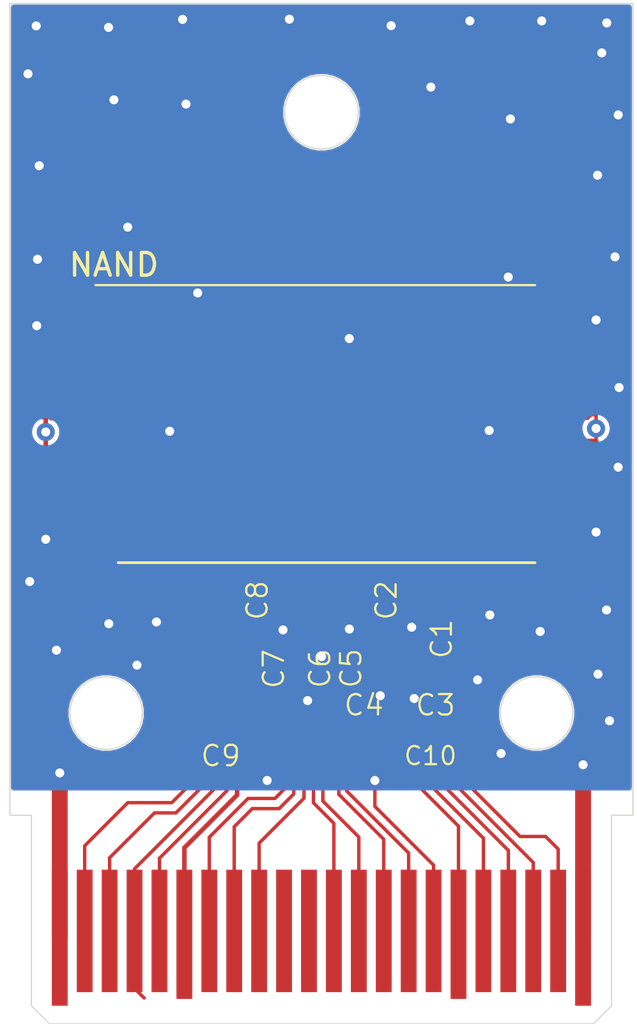
<source format=kicad_pcb>
(kicad_pcb (version 20171130) (host pcbnew "(5.1.6)-1")

  (general
    (thickness 1.6)
    (drawings 44)
    (tracks 295)
    (zones 0)
    (modules 17)
    (nets 49)
  )

  (page A4)
  (layers
    (0 F.Cu signal)
    (31 B.Cu signal)
    (32 B.Adhes user)
    (33 F.Adhes user)
    (34 B.Paste user)
    (35 F.Paste user)
    (36 B.SilkS user)
    (37 F.SilkS user)
    (38 B.Mask user)
    (39 F.Mask user)
    (40 Dwgs.User user)
    (41 Cmts.User user)
    (42 Eco1.User user)
    (43 Eco2.User user)
    (44 Edge.Cuts user)
    (45 Margin user)
    (46 B.CrtYd user)
    (47 F.CrtYd user)
    (48 B.Fab user)
    (49 F.Fab user)
  )

  (setup
    (last_trace_width 0.15)
    (trace_clearance 0.2)
    (zone_clearance 0.508)
    (zone_45_only no)
    (trace_min 0.15)
    (via_size 0.8)
    (via_drill 0.4)
    (via_min_size 0.4)
    (via_min_drill 0.3)
    (uvia_size 0.3)
    (uvia_drill 0.1)
    (uvias_allowed no)
    (uvia_min_size 0.2)
    (uvia_min_drill 0.1)
    (edge_width 0.05)
    (segment_width 0.2)
    (pcb_text_width 0.3)
    (pcb_text_size 1.5 1.5)
    (mod_edge_width 0.12)
    (mod_text_size 1 1)
    (mod_text_width 0.15)
    (pad_size 1.524 1.524)
    (pad_drill 0.762)
    (pad_to_mask_clearance 0.05)
    (aux_axis_origin 0 0)
    (visible_elements FFFFFF7F)
    (pcbplotparams
      (layerselection 0x010fc_ffffffff)
      (usegerberextensions false)
      (usegerberattributes true)
      (usegerberadvancedattributes true)
      (creategerberjobfile true)
      (excludeedgelayer true)
      (linewidth 0.100000)
      (plotframeref false)
      (viasonmask false)
      (mode 1)
      (useauxorigin false)
      (hpglpennumber 1)
      (hpglpenspeed 20)
      (hpglpendiameter 15.000000)
      (psnegative false)
      (psa4output false)
      (plotreference true)
      (plotvalue true)
      (plotinvisibletext false)
      (padsonsilk false)
      (subtractmaskfromsilk false)
      (outputformat 1)
      (mirror false)
      (drillshape 1)
      (scaleselection 1)
      (outputdirectory ""))
  )

  (net 0 "")
  (net 1 VCC1)
  (net 2 IO0)
  (net 3 IO1)
  (net 4 IO2)
  (net 5 IO3)
  (net 6 IO4)
  (net 7 IO5)
  (net 8 IO6)
  (net 9 IO7)
  (net 10 GND)
  (net 11 VCC2)
  (net 12 RE)
  (net 13 RB)
  (net 14 "Net-(J1-Pad11)")
  (net 15 "Net-(J1-Pad10)")
  (net 16 CE)
  (net 17 CLE)
  (net 18 ALE)
  (net 19 WE)
  (net 20 WP)
  (net 21 "Net-(U200-Pad48)")
  (net 22 "Net-(U200-Pad47)")
  (net 23 "Net-(U200-Pad46)")
  (net 24 "Net-(U200-Pad45)")
  (net 25 "Net-(U200-Pad40)")
  (net 26 "Net-(U200-Pad39)")
  (net 27 "Net-(U200-Pad38)")
  (net 28 "Net-(U200-Pad35)")
  (net 29 "Net-(U200-Pad34)")
  (net 30 "Net-(U200-Pad33)")
  (net 31 "Net-(U200-Pad28)")
  (net 32 "Net-(U200-Pad26)")
  (net 33 "Net-(U200-Pad24)")
  (net 34 "Net-(U200-Pad23)")
  (net 35 "Net-(U200-Pad22)")
  (net 36 "Net-(U200-Pad21)")
  (net 37 "Net-(U200-Pad20)")
  (net 38 "Net-(U200-Pad15)")
  (net 39 "Net-(U200-Pad14)")
  (net 40 "Net-(U200-Pad11)")
  (net 41 "Net-(U200-Pad10)")
  (net 42 "Net-(U200-Pad6)")
  (net 43 "Net-(U200-Pad5)")
  (net 44 "Net-(U200-Pad4)")
  (net 45 "Net-(U200-Pad3)")
  (net 46 "Net-(U200-Pad2)")
  (net 47 "Net-(U200-Pad25)")
  (net 48 "Net-(U200-Pad1)")

  (net_class Default "This is the default net class."
    (clearance 0.2)
    (trace_width 0.15)
    (via_dia 0.8)
    (via_drill 0.4)
    (uvia_dia 0.3)
    (uvia_drill 0.1)
    (add_net ALE)
    (add_net CE)
    (add_net CLE)
    (add_net GND)
    (add_net IO0)
    (add_net IO1)
    (add_net IO2)
    (add_net IO3)
    (add_net IO4)
    (add_net IO5)
    (add_net IO6)
    (add_net IO7)
    (add_net "Net-(J1-Pad10)")
    (add_net "Net-(J1-Pad11)")
    (add_net "Net-(U200-Pad1)")
    (add_net "Net-(U200-Pad10)")
    (add_net "Net-(U200-Pad11)")
    (add_net "Net-(U200-Pad14)")
    (add_net "Net-(U200-Pad15)")
    (add_net "Net-(U200-Pad2)")
    (add_net "Net-(U200-Pad20)")
    (add_net "Net-(U200-Pad21)")
    (add_net "Net-(U200-Pad22)")
    (add_net "Net-(U200-Pad23)")
    (add_net "Net-(U200-Pad24)")
    (add_net "Net-(U200-Pad25)")
    (add_net "Net-(U200-Pad26)")
    (add_net "Net-(U200-Pad28)")
    (add_net "Net-(U200-Pad3)")
    (add_net "Net-(U200-Pad33)")
    (add_net "Net-(U200-Pad34)")
    (add_net "Net-(U200-Pad35)")
    (add_net "Net-(U200-Pad38)")
    (add_net "Net-(U200-Pad39)")
    (add_net "Net-(U200-Pad4)")
    (add_net "Net-(U200-Pad40)")
    (add_net "Net-(U200-Pad45)")
    (add_net "Net-(U200-Pad46)")
    (add_net "Net-(U200-Pad47)")
    (add_net "Net-(U200-Pad48)")
    (add_net "Net-(U200-Pad5)")
    (add_net "Net-(U200-Pad6)")
    (add_net RB)
    (add_net RE)
    (add_net VCC1)
    (add_net VCC2)
    (add_net WE)
    (add_net WP)
  )

  (module Custom:HDR_Logo_Small (layer F.Cu) (tedit 0) (tstamp 60C868FC)
    (at 117.71454 53.7718)
    (fp_text reference G*** (at 0 0) (layer F.SilkS) hide
      (effects (font (size 1.524 1.524) (thickness 0.3)))
    )
    (fp_text value LOGO (at 0.75 0) (layer F.SilkS) hide
      (effects (font (size 1.524 1.524) (thickness 0.3)))
    )
    (fp_poly (pts (xy 4.424791 -2.499298) (xy 4.787957 -2.496715) (xy 5.089828 -2.494038) (xy 5.336843 -2.490982)
      (xy 5.535441 -2.487258) (xy 5.692061 -2.482581) (xy 5.813141 -2.476663) (xy 5.90512 -2.469218)
      (xy 5.974437 -2.459958) (xy 6.02753 -2.448596) (xy 6.070838 -2.434846) (xy 6.096 -2.424826)
      (xy 6.291915 -2.323732) (xy 6.434858 -2.203718) (xy 6.53934 -2.051734) (xy 6.561791 -2.005818)
      (xy 6.619597 -1.823953) (xy 6.636596 -1.614656) (xy 6.612308 -1.370913) (xy 6.546258 -1.085713)
      (xy 6.485802 -0.890029) (xy 6.353436 -0.545235) (xy 6.200296 -0.239481) (xy 6.0308 0.020945)
      (xy 5.84937 0.229754) (xy 5.660423 0.380662) (xy 5.55237 0.437796) (xy 5.392369 0.506627)
      (xy 5.586264 1.27778) (xy 5.646202 1.508358) (xy 5.706748 1.727293) (xy 5.764269 1.922462)
      (xy 5.815131 2.081745) (xy 5.855702 2.193019) (xy 5.870346 2.225607) (xy 5.919914 2.33412)
      (xy 5.952672 2.427702) (xy 5.960533 2.471141) (xy 5.960534 2.54) (xy -6.637866 2.54)
      (xy -6.637866 2.066058) (xy -0.779336 2.057495) (xy 5.079195 2.048933) (xy 4.435529 1.287526)
      (xy 4.272916 1.093554) (xy 4.126237 0.915485) (xy 4.000815 0.760029) (xy 3.901972 0.633897)
      (xy 3.835029 0.5438) (xy 3.805307 0.49645) (xy 3.804416 0.491659) (xy 3.818843 0.449329)
      (xy 3.85075 0.354203) (xy 3.896297 0.217774) (xy 3.951645 0.051536) (xy 3.994095 -0.0762)
      (xy 4.171222 -0.6096) (xy 4.549411 -0.610099) (xy 4.743575 -0.61457) (xy 4.895022 -0.626762)
      (xy 4.99305 -0.645683) (xy 5.01125 -0.652926) (xy 5.119302 -0.740373) (xy 5.202855 -0.868701)
      (xy 5.246389 -1.011653) (xy 5.249334 -1.055713) (xy 5.244082 -1.123305) (xy 5.222583 -1.173548)
      (xy 5.176222 -1.208971) (xy 5.096383 -1.232104) (xy 4.97445 -1.245478) (xy 4.801809 -1.251622)
      (xy 4.577283 -1.253067) (xy 4.078975 -1.253067) (xy 3.538347 0.338666) (xy 2.997718 1.9304)
      (xy 2.358836 1.9304) (xy 2.136169 1.930011) (xy 1.972674 1.928296) (xy 1.859792 1.924431)
      (xy 1.788964 1.917591) (xy 1.751629 1.906953) (xy 1.73923 1.891692) (xy 1.743148 1.871133)
      (xy 1.764224 1.812943) (xy 1.801812 1.704844) (xy 1.852504 1.556972) (xy 1.912892 1.379462)
      (xy 1.979569 1.18245) (xy 2.049126 0.976072) (xy 2.118155 0.770462) (xy 2.18325 0.575757)
      (xy 2.241001 0.402093) (xy 2.288002 0.259604) (xy 2.320844 0.158426) (xy 2.336121 0.108695)
      (xy 2.336796 0.105487) (xy 2.320048 0.122691) (xy 2.275027 0.185942) (xy 2.209556 0.283972)
      (xy 2.164643 0.353347) (xy 1.902847 0.706281) (xy 1.593601 1.027591) (xy 1.246704 1.310442)
      (xy 0.871955 1.548) (xy 0.479155 1.733432) (xy 0.078103 1.859903) (xy -0.028379 1.882682)
      (xy -0.122018 1.894782) (xy -0.262658 1.905361) (xy -0.440318 1.914328) (xy -0.645015 1.921591)
      (xy -0.866765 1.927056) (xy -1.095587 1.930631) (xy -1.321497 1.932224) (xy -1.534514 1.931742)
      (xy -1.724653 1.929093) (xy -1.881933 1.924184) (xy -1.996371 1.916923) (xy -2.057984 1.907217)
      (xy -2.065866 1.901559) (xy -2.055219 1.865273) (xy -2.024509 1.770391) (xy -1.975581 1.622406)
      (xy -1.910283 1.426816) (xy -1.830459 1.189113) (xy -1.737958 0.914795) (xy -1.637088 0.616633)
      (xy -0.363887 0.616633) (xy -0.347302 0.634184) (xy -0.297731 0.642252) (xy -0.203403 0.642854)
      (xy -0.062623 0.638383) (xy 0.105336 0.628726) (xy 0.230411 0.611018) (xy 0.337393 0.579958)
      (xy 0.451076 0.530247) (xy 0.4572 0.527265) (xy 0.626869 0.423232) (xy 0.801069 0.280671)
      (xy 0.961621 0.117424) (xy 1.026381 0.033867) (xy 2.3368 0.033867) (xy 2.349191 0.061743)
      (xy 2.359378 0.056444) (xy 2.363431 0.016252) (xy 2.359378 0.011289) (xy 2.339244 0.015938)
      (xy 2.3368 0.033867) (xy 1.026381 0.033867) (xy 1.090348 -0.048665) (xy 1.149622 -0.1524)
      (xy 1.214916 -0.350658) (xy 1.243861 -0.5588) (xy 1.249171 -0.690093) (xy 1.241325 -0.780434)
      (xy 1.214598 -0.856197) (xy 1.163267 -0.943756) (xy 1.158799 -0.950707) (xy 1.056727 -1.077713)
      (xy 0.934703 -1.162788) (xy 0.778904 -1.212147) (xy 0.575504 -1.232003) (xy 0.530899 -1.232946)
      (xy 0.264553 -1.236133) (xy -0.037356 -0.3556) (xy -0.117532 -0.121607) (xy -0.191164 0.093578)
      (xy -0.255189 0.280983) (xy -0.306545 0.431634) (xy -0.342168 0.536557) (xy -0.358997 0.58678)
      (xy -0.359255 0.587583) (xy -0.363887 0.616633) (xy -1.637088 0.616633) (xy -1.634625 0.609355)
      (xy -1.522307 0.278289) (xy -1.402849 -0.072908) (xy -1.374596 -0.155841) (xy -1.234408 -0.56668)
      (xy -1.114361 -0.918333) (xy -1.01324 -1.215893) (xy -0.929828 -1.464453) (xy -0.86291 -1.669105)
      (xy -0.811269 -1.834941) (xy -0.773689 -1.967055) (xy -0.748955 -2.070538) (xy -0.735851 -2.150483)
      (xy -0.733161 -2.211983) (xy -0.739668 -2.260131) (xy -0.754157 -2.300018) (xy -0.775412 -2.336738)
      (xy -0.802216 -2.375382) (xy -0.833355 -2.421044) (xy -0.833628 -2.421467) (xy -0.888323 -2.506133)
      (xy 0.177749 -2.506133) (xy 0.44924 -2.505053) (xy 0.706969 -2.501993) (xy 0.940932 -2.497229)
      (xy 1.141128 -2.491035) (xy 1.297554 -2.483683) (xy 1.400208 -2.475448) (xy 1.423767 -2.472008)
      (xy 1.719406 -2.383687) (xy 1.980124 -2.241044) (xy 2.201406 -2.050282) (xy 2.378739 -1.817603)
      (xy 2.507609 -1.54921) (xy 2.583503 -1.251304) (xy 2.601908 -0.930089) (xy 2.597918 -0.858549)
      (xy 2.589871 -0.738874) (xy 2.586002 -0.65255) (xy 2.58695 -0.615009) (xy 2.587835 -0.614786)
      (xy 2.60073 -0.6488) (xy 2.632084 -0.738193) (xy 2.67886 -0.874107) (xy 2.738025 -1.04769)
      (xy 2.806543 -1.250084) (xy 2.861863 -1.414327) (xy 3.12665 -2.202121) (xy 2.905982 -2.509395)
      (xy 4.424791 -2.499298)) (layer F.Mask) (width 0.01))
    (fp_poly (pts (xy -4.386342 -2.505841) (xy -4.196505 -2.504557) (xy -4.058801 -2.501672) (xy -3.965428 -2.496578)
      (xy -3.908587 -2.488666) (xy -3.880477 -2.477325) (xy -3.873298 -2.461947) (xy -3.877167 -2.446867)
      (xy -3.906184 -2.368731) (xy -3.949478 -2.24542) (xy -4.003331 -2.088187) (xy -4.064022 -1.908283)
      (xy -4.127832 -1.716961) (xy -4.191041 -1.525471) (xy -4.24993 -1.345066) (xy -4.300778 -1.186998)
      (xy -4.339866 -1.062519) (xy -4.363474 -0.98288) (xy -4.3688 -0.959698) (xy -4.356858 -0.944712)
      (xy -4.316279 -0.933266) (xy -4.239933 -0.924944) (xy -4.120688 -0.919329) (xy -3.951414 -0.916004)
      (xy -3.72498 -0.914553) (xy -3.593551 -0.9144) (xy -2.818302 -0.9144) (xy -2.695526 -1.261533)
      (xy -2.634656 -1.435832) (xy -2.562189 -1.646681) (xy -2.487632 -1.866269) (xy -2.426415 -2.048934)
      (xy -2.28008 -2.4892) (xy -1.64804 -2.498414) (xy -1.449572 -2.5002) (xy -1.276643 -2.49964)
      (xy -1.139746 -2.496943) (xy -1.049373 -2.492319) (xy -1.016013 -2.485975) (xy -1.016 -2.485831)
      (xy -1.026619 -2.451385) (xy -1.057234 -2.358337) (xy -1.105979 -2.212195) (xy -1.170989 -2.018465)
      (xy -1.250399 -1.782654) (xy -1.342343 -1.51027) (xy -1.444957 -1.20682) (xy -1.556376 -0.877811)
      (xy -1.674733 -0.528749) (xy -1.798165 -0.165142) (xy -1.924806 0.207503) (xy -2.05279 0.583679)
      (xy -2.180253 0.957879) (xy -2.305329 1.324596) (xy -2.426154 1.678323) (xy -2.44576 1.735667)
      (xy -2.512351 1.9304) (xy -3.135776 1.9304) (xy -3.332829 1.928948) (xy -3.504265 1.924912)
      (xy -3.639515 1.918768) (xy -3.728013 1.910996) (xy -3.7592 1.90221) (xy -3.748812 1.863402)
      (xy -3.719663 1.769759) (xy -3.674771 1.630578) (xy -3.617154 1.455161) (xy -3.549833 1.252805)
      (xy -3.5052 1.11984) (xy -3.433567 0.906598) (xy -3.369757 0.715589) (xy -3.316772 0.555887)
      (xy -3.277612 0.436561) (xy -3.255279 0.366684) (xy -3.2512 0.352164) (xy -3.283499 0.348349)
      (xy -3.374128 0.344962) (xy -3.513683 0.342163) (xy -3.692762 0.340111) (xy -3.90196 0.338965)
      (xy -4.0386 0.33878) (xy -4.826 0.338894) (xy -5.367866 1.929972) (xy -6.00649 1.930186)
      (xy -6.229411 1.929823) (xy -6.393127 1.92804) (xy -6.506164 1.924052) (xy -6.577045 1.917075)
      (xy -6.614298 1.906322) (xy -6.626446 1.89101) (xy -6.623241 1.873403) (xy -6.608204 1.83071)
      (xy -6.573564 1.730392) (xy -6.521544 1.578943) (xy -6.454368 1.382859) (xy -6.374259 1.148633)
      (xy -6.28344 0.882763) (xy -6.184133 0.591741) (xy -6.078562 0.282064) (xy -6.075542 0.273203)
      (xy -5.963751 -0.054835) (xy -5.853174 -0.379219) (xy -5.74685 -0.691043) (xy -5.647816 -0.981402)
      (xy -5.55911 -1.24139) (xy -5.483769 -1.462102) (xy -5.424833 -1.634632) (xy -5.391893 -1.730936)
      (xy -5.234071 -2.191872) (xy -5.326369 -2.331343) (xy -5.379765 -2.415307) (xy -5.413092 -2.47402)
      (xy -5.418667 -2.488474) (xy -5.386372 -2.493486) (xy -5.295778 -2.497945) (xy -5.156315 -2.501639)
      (xy -4.977416 -2.504354) (xy -4.768514 -2.505879) (xy -4.63611 -2.506133) (xy -4.386342 -2.505841)) (layer F.Mask) (width 0.01))
  )

  (module Package_SO:TSOP-I-48_18.4x12mm_P0.5mm (layer F.Cu) (tedit 5A02F25C) (tstamp 60C8145F)
    (at 117.94354 63.03126)
    (descr "TSOP I, 32 pins, 18.4x8mm body (https://www.micron.com/~/media/documents/products/technical-note/nor-flash/tn1225_land_pad_design.pdf)")
    (tags "TSOP I 32")
    (path /60C801DD)
    (attr smd)
    (fp_text reference NAND (at -9.38648 -7.0141) (layer F.SilkS)
      (effects (font (size 1 1) (thickness 0.15)))
    )
    (fp_text value K9F1208U0M-YCB0 (at 0 7) (layer F.Fab)
      (effects (font (size 1 1) (thickness 0.15)))
    )
    (fp_text user %R (at 0 0) (layer F.Fab)
      (effects (font (size 1 1) (thickness 0.15)))
    )
    (fp_line (start -10.55 6.25) (end -10.55 -6.25) (layer F.CrtYd) (width 0.05))
    (fp_line (start 10.55 6.25) (end -10.55 6.25) (layer F.CrtYd) (width 0.05))
    (fp_line (start 10.55 -6.25) (end 10.55 6.25) (layer F.CrtYd) (width 0.05))
    (fp_line (start -10.55 -6.25) (end 10.55 -6.25) (layer F.CrtYd) (width 0.05))
    (fp_line (start -9.2 6.12) (end 9.2 6.12) (layer F.SilkS) (width 0.12))
    (fp_line (start 9.2 -6.12) (end -10.2 -6.12) (layer F.SilkS) (width 0.1))
    (fp_line (start -8.2 -6) (end -9.2 -5) (layer F.Fab) (width 0.1))
    (fp_line (start 9.2 -6) (end 9.2 6) (layer F.Fab) (width 0.1))
    (fp_line (start 9.2 6) (end -9.2 6) (layer F.Fab) (width 0.1))
    (fp_line (start -9.2 6) (end -9.2 -5) (layer F.Fab) (width 0.1))
    (fp_line (start -8.2 -6) (end 9.2 -6) (layer F.Fab) (width 0.1))
    (pad 48 smd rect (at 9.75 -5.75) (size 1.1 0.25) (layers F.Cu F.Paste F.Mask)
      (net 21 "Net-(U200-Pad48)"))
    (pad 47 smd rect (at 9.75 -5.25) (size 1.1 0.25) (layers F.Cu F.Paste F.Mask)
      (net 22 "Net-(U200-Pad47)"))
    (pad 46 smd rect (at 9.75 -4.75) (size 1.1 0.25) (layers F.Cu F.Paste F.Mask)
      (net 23 "Net-(U200-Pad46)"))
    (pad 45 smd rect (at 9.75 -4.25) (size 1.1 0.25) (layers F.Cu F.Paste F.Mask)
      (net 24 "Net-(U200-Pad45)"))
    (pad 44 smd rect (at 9.75 -3.75) (size 1.1 0.25) (layers F.Cu F.Paste F.Mask)
      (net 9 IO7))
    (pad 43 smd rect (at 9.75 -3.25) (size 1.1 0.25) (layers F.Cu F.Paste F.Mask)
      (net 8 IO6))
    (pad 42 smd rect (at 9.75 -2.75) (size 1.1 0.25) (layers F.Cu F.Paste F.Mask)
      (net 7 IO5))
    (pad 41 smd rect (at 9.75 -2.25) (size 1.1 0.25) (layers F.Cu F.Paste F.Mask)
      (net 6 IO4))
    (pad 40 smd rect (at 9.75 -1.75) (size 1.1 0.25) (layers F.Cu F.Paste F.Mask)
      (net 25 "Net-(U200-Pad40)"))
    (pad 39 smd rect (at 9.75 -1.25) (size 1.1 0.25) (layers F.Cu F.Paste F.Mask)
      (net 26 "Net-(U200-Pad39)"))
    (pad 38 smd rect (at 9.75 -0.75) (size 1.1 0.25) (layers F.Cu F.Paste F.Mask)
      (net 27 "Net-(U200-Pad38)"))
    (pad 37 smd rect (at 9.75 -0.25) (size 1.1 0.25) (layers F.Cu F.Paste F.Mask)
      (net 11 VCC2))
    (pad 36 smd rect (at 9.75 0.25) (size 1.1 0.25) (layers F.Cu F.Paste F.Mask)
      (net 10 GND))
    (pad 35 smd rect (at 9.75 0.75) (size 1.1 0.25) (layers F.Cu F.Paste F.Mask)
      (net 28 "Net-(U200-Pad35)"))
    (pad 34 smd rect (at 9.75 1.25) (size 1.1 0.25) (layers F.Cu F.Paste F.Mask)
      (net 29 "Net-(U200-Pad34)"))
    (pad 33 smd rect (at 9.75 1.75) (size 1.1 0.25) (layers F.Cu F.Paste F.Mask)
      (net 30 "Net-(U200-Pad33)"))
    (pad 32 smd rect (at 9.75 2.25) (size 1.1 0.25) (layers F.Cu F.Paste F.Mask)
      (net 5 IO3))
    (pad 31 smd rect (at 9.75 2.75) (size 1.1 0.25) (layers F.Cu F.Paste F.Mask)
      (net 4 IO2))
    (pad 30 smd rect (at 9.75 3.25) (size 1.1 0.25) (layers F.Cu F.Paste F.Mask)
      (net 3 IO1))
    (pad 29 smd rect (at 9.75 3.75) (size 1.1 0.25) (layers F.Cu F.Paste F.Mask)
      (net 2 IO0))
    (pad 28 smd rect (at 9.75 4.25) (size 1.1 0.25) (layers F.Cu F.Paste F.Mask)
      (net 31 "Net-(U200-Pad28)"))
    (pad 27 smd rect (at 9.75 4.75) (size 1.1 0.25) (layers F.Cu F.Paste F.Mask))
    (pad 26 smd rect (at 9.75 5.25) (size 1.1 0.25) (layers F.Cu F.Paste F.Mask)
      (net 32 "Net-(U200-Pad26)"))
    (pad 24 smd rect (at -9.75 5.75) (size 1.1 0.25) (layers F.Cu F.Paste F.Mask)
      (net 33 "Net-(U200-Pad24)"))
    (pad 23 smd rect (at -9.75 5.25) (size 1.1 0.25) (layers F.Cu F.Paste F.Mask)
      (net 34 "Net-(U200-Pad23)"))
    (pad 22 smd rect (at -9.75 4.75) (size 1.1 0.25) (layers F.Cu F.Paste F.Mask)
      (net 35 "Net-(U200-Pad22)"))
    (pad 21 smd rect (at -9.75 4.25) (size 1.1 0.25) (layers F.Cu F.Paste F.Mask)
      (net 36 "Net-(U200-Pad21)"))
    (pad 20 smd rect (at -9.75 3.75) (size 1.1 0.25) (layers F.Cu F.Paste F.Mask)
      (net 37 "Net-(U200-Pad20)"))
    (pad 19 smd rect (at -9.75 3.25) (size 1.1 0.25) (layers F.Cu F.Paste F.Mask)
      (net 20 WP))
    (pad 18 smd rect (at -9.75 2.75) (size 1.1 0.25) (layers F.Cu F.Paste F.Mask)
      (net 19 WE))
    (pad 17 smd rect (at -9.75 2.25) (size 1.1 0.25) (layers F.Cu F.Paste F.Mask)
      (net 18 ALE))
    (pad 16 smd rect (at -9.75 1.75) (size 1.1 0.25) (layers F.Cu F.Paste F.Mask)
      (net 17 CLE))
    (pad 15 smd rect (at -9.75 1.25) (size 1.1 0.25) (layers F.Cu F.Paste F.Mask)
      (net 38 "Net-(U200-Pad15)"))
    (pad 14 smd rect (at -9.75 0.75) (size 1.1 0.25) (layers F.Cu F.Paste F.Mask)
      (net 39 "Net-(U200-Pad14)"))
    (pad 13 smd rect (at -9.75 0.25) (size 1.1 0.25) (layers F.Cu F.Paste F.Mask)
      (net 10 GND))
    (pad 12 smd rect (at -9.75 -0.25) (size 1.1 0.25) (layers F.Cu F.Paste F.Mask)
      (net 1 VCC1))
    (pad 11 smd rect (at -9.75 -0.75) (size 1.1 0.25) (layers F.Cu F.Paste F.Mask)
      (net 40 "Net-(U200-Pad11)"))
    (pad 10 smd rect (at -9.75 -1.25) (size 1.1 0.25) (layers F.Cu F.Paste F.Mask)
      (net 41 "Net-(U200-Pad10)"))
    (pad 9 smd rect (at -9.75 -1.75) (size 1.1 0.25) (layers F.Cu F.Paste F.Mask)
      (net 16 CE))
    (pad 8 smd rect (at -9.75 -2.25) (size 1.1 0.25) (layers F.Cu F.Paste F.Mask)
      (net 12 RE))
    (pad 7 smd rect (at -9.75 -2.75) (size 1.1 0.25) (layers F.Cu F.Paste F.Mask)
      (net 13 RB))
    (pad 6 smd rect (at -9.75 -3.25) (size 1.1 0.25) (layers F.Cu F.Paste F.Mask)
      (net 42 "Net-(U200-Pad6)"))
    (pad 5 smd rect (at -9.75 -3.75) (size 1.1 0.25) (layers F.Cu F.Paste F.Mask)
      (net 43 "Net-(U200-Pad5)"))
    (pad 4 smd rect (at -9.75 -4.25) (size 1.1 0.25) (layers F.Cu F.Paste F.Mask)
      (net 44 "Net-(U200-Pad4)"))
    (pad 3 smd rect (at -9.75 -4.75) (size 1.1 0.25) (layers F.Cu F.Paste F.Mask)
      (net 45 "Net-(U200-Pad3)"))
    (pad 2 smd rect (at -9.75 -5.25) (size 1.1 0.25) (layers F.Cu F.Paste F.Mask)
      (net 46 "Net-(U200-Pad2)"))
    (pad 25 smd rect (at 9.75 5.75) (size 1.1 0.25) (layers F.Cu F.Paste F.Mask)
      (net 47 "Net-(U200-Pad25)"))
    (pad 1 smd rect (at -9.75 -5.75) (size 1.1 0.25) (layers F.Cu F.Paste F.Mask)
      (net 48 "Net-(U200-Pad1)"))
    (model ${KISYS3DMOD}/Package_SO.3dshapes/TSOP-I-48_18.4x12mm_P0.5mm.wrl
      (at (xyz 0 0 0))
      (scale (xyz 1 1 1))
      (rotate (xyz 0 0 0))
    )
  )

  (module Custom:iQue_Dookie_CartBus (layer F.Cu) (tedit 60C7532A) (tstamp 60C8141F)
    (at 117.71454 85.68926)
    (path /60C76866)
    (fp_text reference J1 (at 0 0.5) (layer F.SilkS) hide
      (effects (font (size 1 1) (thickness 0.15)))
    )
    (fp_text value Conn_01x22 (at 0 -0.5) (layer F.Fab)
      (effects (font (size 1 1) (thickness 0.15)))
    )
    (pad 16 smd rect (at 4.95 -0.3) (size 0.7 5.4) (layers F.Cu F.Paste F.Mask)
      (net 10 GND))
    (pad 15 smd rect (at 3.85 -0.3) (size 0.7 5.4) (layers F.Cu F.Paste F.Mask)
      (net 6 IO4))
    (pad 17 smd rect (at 6.05 -0.15) (size 0.7 5.7) (layers F.Cu F.Paste F.Mask)
      (net 11 VCC2))
    (pad 19 smd rect (at 8.25 -0.3) (size 0.7 5.4) (layers F.Cu F.Paste F.Mask)
      (net 4 IO2))
    (pad 12 smd rect (at 0.55 -0.3) (size 0.7 5.4) (layers F.Cu F.Paste F.Mask)
      (net 9 IO7))
    (pad 13 smd rect (at 1.65 -0.3) (size 0.7 5.4) (layers F.Cu F.Paste F.Mask)
      (net 8 IO6))
    (pad 14 smd rect (at 2.75 -0.3) (size 0.7 5.4) (layers F.Cu F.Paste F.Mask)
      (net 7 IO5))
    (pad 20 smd rect (at 9.35 -0.3) (size 0.7 5.4) (layers F.Cu F.Paste F.Mask)
      (net 3 IO1))
    (pad 18 smd rect (at 7.15 -0.3) (size 0.7 5.4) (layers F.Cu F.Paste F.Mask)
      (net 5 IO3))
    (pad 21 smd rect (at 10.45 -0.3) (size 0.7 5.4) (layers F.Cu F.Paste F.Mask)
      (net 2 IO0))
    (pad 8 smd rect (at -3.85 -0.3) (size 0.7 5.4) (layers F.Cu F.Paste F.Mask)
      (net 12 RE))
    (pad 9 smd rect (at -2.75 -0.3) (size 0.7 5.4) (layers F.Cu F.Paste F.Mask)
      (net 13 RB))
    (pad 11 smd rect (at -0.55 -0.3) (size 0.7 5.4) (layers F.Cu F.Paste F.Mask)
      (net 14 "Net-(J1-Pad11)"))
    (pad 10 smd rect (at -1.65 -0.3) (size 0.7 5.4) (layers F.Cu F.Paste F.Mask)
      (net 15 "Net-(J1-Pad10)"))
    (pad 7 smd rect (at -4.95 -0.3) (size 0.7 5.4) (layers F.Cu F.Paste F.Mask)
      (net 16 CE))
    (pad 6 smd rect (at -6.05 -0.15) (size 0.7 5.7) (layers F.Cu F.Paste F.Mask)
      (net 1 VCC1))
    (pad 5 smd rect (at -7.15 -0.3) (size 0.7 5.4) (layers F.Cu F.Paste F.Mask)
      (net 17 CLE))
    (pad 4 smd rect (at -8.25 -0.3) (size 0.7 5.4) (layers F.Cu F.Paste F.Mask)
      (net 18 ALE))
    (pad 3 smd rect (at -9.35 -0.3) (size 0.7 5.4) (layers F.Cu F.Paste F.Mask)
      (net 19 WE))
    (pad 22 smd rect (at 11.55 0) (size 0.7 6) (layers F.Cu F.Paste F.Mask)
      (net 10 GND))
    (pad 2 smd rect (at -10.45 -0.3) (size 0.7 5.4) (layers F.Cu F.Paste F.Mask)
      (net 20 WP))
    (pad 1 smd rect (at -11.55 0) (size 0.7 6) (layers F.Cu F.Paste F.Mask)
      (net 10 GND))
  )

  (module Capacitor_SMD:C_0402_1005Metric (layer F.Cu) (tedit 5B301BBE) (tstamp 60C81405)
    (at 105.54454 62.04926 90)
    (descr "Capacitor SMD 0402 (1005 Metric), square (rectangular) end terminal, IPC_7351 nominal, (Body size source: http://www.tortai-tech.com/upload/download/2011102023233369053.pdf), generated with kicad-footprint-generator")
    (tags capacitor)
    (path /60C82A31)
    (attr smd)
    (fp_text reference C203 (at 0 -1.17 90) (layer F.SilkS) hide
      (effects (font (size 1 1) (thickness 0.15)))
    )
    (fp_text value 100nF (at 0 1.17 90) (layer F.Fab)
      (effects (font (size 1 1) (thickness 0.15)))
    )
    (fp_text user %R (at 0 0 90) (layer F.Fab)
      (effects (font (size 0.25 0.25) (thickness 0.04)))
    )
    (fp_line (start -0.5 0.25) (end -0.5 -0.25) (layer F.Fab) (width 0.1))
    (fp_line (start -0.5 -0.25) (end 0.5 -0.25) (layer F.Fab) (width 0.1))
    (fp_line (start 0.5 -0.25) (end 0.5 0.25) (layer F.Fab) (width 0.1))
    (fp_line (start 0.5 0.25) (end -0.5 0.25) (layer F.Fab) (width 0.1))
    (fp_line (start -0.93 0.47) (end -0.93 -0.47) (layer F.CrtYd) (width 0.05))
    (fp_line (start -0.93 -0.47) (end 0.93 -0.47) (layer F.CrtYd) (width 0.05))
    (fp_line (start 0.93 -0.47) (end 0.93 0.47) (layer F.CrtYd) (width 0.05))
    (fp_line (start 0.93 0.47) (end -0.93 0.47) (layer F.CrtYd) (width 0.05))
    (pad 2 smd roundrect (at 0.485 0 90) (size 0.59 0.64) (layers F.Cu F.Paste F.Mask) (roundrect_rratio 0.25)
      (net 10 GND))
    (pad 1 smd roundrect (at -0.485 0 90) (size 0.59 0.64) (layers F.Cu F.Paste F.Mask) (roundrect_rratio 0.25)
      (net 1 VCC1))
    (model ${KISYS3DMOD}/Capacitor_SMD.3dshapes/C_0402_1005Metric.wrl
      (at (xyz 0 0 0))
      (scale (xyz 1 1 1))
      (rotate (xyz 0 0 0))
    )
  )

  (module Capacitor_SMD:C_0402_1005Metric (layer F.Cu) (tedit 5B301BBE) (tstamp 60C813F6)
    (at 129.63754 61.92226 90)
    (descr "Capacitor SMD 0402 (1005 Metric), square (rectangular) end terminal, IPC_7351 nominal, (Body size source: http://www.tortai-tech.com/upload/download/2011102023233369053.pdf), generated with kicad-footprint-generator")
    (tags capacitor)
    (path /60C828C5)
    (attr smd)
    (fp_text reference C202 (at 0 -1.17 90) (layer F.SilkS) hide
      (effects (font (size 1 1) (thickness 0.15)))
    )
    (fp_text value 100nF (at 0 1.17 90) (layer F.Fab)
      (effects (font (size 1 1) (thickness 0.15)))
    )
    (fp_text user %R (at 0 0 90) (layer F.Fab)
      (effects (font (size 0.25 0.25) (thickness 0.04)))
    )
    (fp_line (start -0.5 0.25) (end -0.5 -0.25) (layer F.Fab) (width 0.1))
    (fp_line (start -0.5 -0.25) (end 0.5 -0.25) (layer F.Fab) (width 0.1))
    (fp_line (start 0.5 -0.25) (end 0.5 0.25) (layer F.Fab) (width 0.1))
    (fp_line (start 0.5 0.25) (end -0.5 0.25) (layer F.Fab) (width 0.1))
    (fp_line (start -0.93 0.47) (end -0.93 -0.47) (layer F.CrtYd) (width 0.05))
    (fp_line (start -0.93 -0.47) (end 0.93 -0.47) (layer F.CrtYd) (width 0.05))
    (fp_line (start 0.93 -0.47) (end 0.93 0.47) (layer F.CrtYd) (width 0.05))
    (fp_line (start 0.93 0.47) (end -0.93 0.47) (layer F.CrtYd) (width 0.05))
    (pad 2 smd roundrect (at 0.485 0 90) (size 0.59 0.64) (layers F.Cu F.Paste F.Mask) (roundrect_rratio 0.25)
      (net 10 GND))
    (pad 1 smd roundrect (at -0.485 0 90) (size 0.59 0.64) (layers F.Cu F.Paste F.Mask) (roundrect_rratio 0.25)
      (net 11 VCC2))
    (model ${KISYS3DMOD}/Capacitor_SMD.3dshapes/C_0402_1005Metric.wrl
      (at (xyz 0 0 0))
      (scale (xyz 1 1 1))
      (rotate (xyz 0 0 0))
    )
  )

  (module Capacitor_SMD:C_0402_1005Metric (layer F.Cu) (tedit 5B301BBE) (tstamp 60C813E7)
    (at 129.63754 64.46226 270)
    (descr "Capacitor SMD 0402 (1005 Metric), square (rectangular) end terminal, IPC_7351 nominal, (Body size source: http://www.tortai-tech.com/upload/download/2011102023233369053.pdf), generated with kicad-footprint-generator")
    (tags capacitor)
    (path /60C824F9)
    (attr smd)
    (fp_text reference C201 (at 0 -1.17 90) (layer F.SilkS) hide
      (effects (font (size 1 1) (thickness 0.15)))
    )
    (fp_text value 100nF (at 0 1.17 90) (layer F.Fab)
      (effects (font (size 1 1) (thickness 0.15)))
    )
    (fp_text user %R (at 0 0 90) (layer F.Fab)
      (effects (font (size 0.25 0.25) (thickness 0.04)))
    )
    (fp_line (start -0.5 0.25) (end -0.5 -0.25) (layer F.Fab) (width 0.1))
    (fp_line (start -0.5 -0.25) (end 0.5 -0.25) (layer F.Fab) (width 0.1))
    (fp_line (start 0.5 -0.25) (end 0.5 0.25) (layer F.Fab) (width 0.1))
    (fp_line (start 0.5 0.25) (end -0.5 0.25) (layer F.Fab) (width 0.1))
    (fp_line (start -0.93 0.47) (end -0.93 -0.47) (layer F.CrtYd) (width 0.05))
    (fp_line (start -0.93 -0.47) (end 0.93 -0.47) (layer F.CrtYd) (width 0.05))
    (fp_line (start 0.93 -0.47) (end 0.93 0.47) (layer F.CrtYd) (width 0.05))
    (fp_line (start 0.93 0.47) (end -0.93 0.47) (layer F.CrtYd) (width 0.05))
    (pad 2 smd roundrect (at 0.485 0 270) (size 0.59 0.64) (layers F.Cu F.Paste F.Mask) (roundrect_rratio 0.25)
      (net 10 GND))
    (pad 1 smd roundrect (at -0.485 0 270) (size 0.59 0.64) (layers F.Cu F.Paste F.Mask) (roundrect_rratio 0.25)
      (net 11 VCC2))
    (model ${KISYS3DMOD}/Capacitor_SMD.3dshapes/C_0402_1005Metric.wrl
      (at (xyz 0 0 0))
      (scale (xyz 1 1 1))
      (rotate (xyz 0 0 0))
    )
  )

  (module Capacitor_SMD:C_0402_1005Metric (layer F.Cu) (tedit 5B301BBE) (tstamp 60C813D8)
    (at 105.54454 64.97026 270)
    (descr "Capacitor SMD 0402 (1005 Metric), square (rectangular) end terminal, IPC_7351 nominal, (Body size source: http://www.tortai-tech.com/upload/download/2011102023233369053.pdf), generated with kicad-footprint-generator")
    (tags capacitor)
    (path /60C81DA4)
    (attr smd)
    (fp_text reference C200 (at 0 -1.17 90) (layer F.SilkS) hide
      (effects (font (size 1 1) (thickness 0.15)))
    )
    (fp_text value 100nF (at 0 1.17 90) (layer F.Fab)
      (effects (font (size 1 1) (thickness 0.15)))
    )
    (fp_text user %R (at 0 0 90) (layer F.Fab)
      (effects (font (size 0.25 0.25) (thickness 0.04)))
    )
    (fp_line (start -0.5 0.25) (end -0.5 -0.25) (layer F.Fab) (width 0.1))
    (fp_line (start -0.5 -0.25) (end 0.5 -0.25) (layer F.Fab) (width 0.1))
    (fp_line (start 0.5 -0.25) (end 0.5 0.25) (layer F.Fab) (width 0.1))
    (fp_line (start 0.5 0.25) (end -0.5 0.25) (layer F.Fab) (width 0.1))
    (fp_line (start -0.93 0.47) (end -0.93 -0.47) (layer F.CrtYd) (width 0.05))
    (fp_line (start -0.93 -0.47) (end 0.93 -0.47) (layer F.CrtYd) (width 0.05))
    (fp_line (start 0.93 -0.47) (end 0.93 0.47) (layer F.CrtYd) (width 0.05))
    (fp_line (start 0.93 0.47) (end -0.93 0.47) (layer F.CrtYd) (width 0.05))
    (pad 2 smd roundrect (at 0.485 0 270) (size 0.59 0.64) (layers F.Cu F.Paste F.Mask) (roundrect_rratio 0.25)
      (net 10 GND))
    (pad 1 smd roundrect (at -0.485 0 270) (size 0.59 0.64) (layers F.Cu F.Paste F.Mask) (roundrect_rratio 0.25)
      (net 1 VCC1))
    (model ${KISYS3DMOD}/Capacitor_SMD.3dshapes/C_0402_1005Metric.wrl
      (at (xyz 0 0 0))
      (scale (xyz 1 1 1))
      (rotate (xyz 0 0 0))
    )
  )

  (module Capacitor_SMD:C_0402_1005Metric (layer F.Cu) (tedit 5B301BBE) (tstamp 60C813C9)
    (at 120.855539 77.67026 270)
    (descr "Capacitor SMD 0402 (1005 Metric), square (rectangular) end terminal, IPC_7351 nominal, (Body size source: http://www.tortai-tech.com/upload/download/2011102023233369053.pdf), generated with kicad-footprint-generator")
    (tags capacitor)
    (path /60C8605A)
    (attr smd)
    (fp_text reference C10 (at 0 -1.67) (layer F.SilkS)
      (effects (font (size 0.8 0.8) (thickness 0.1)))
    )
    (fp_text value 100nF (at 0 1.17 90) (layer F.Fab)
      (effects (font (size 1 1) (thickness 0.15)))
    )
    (fp_text user %R (at 0 0 90) (layer F.Fab)
      (effects (font (size 0.25 0.25) (thickness 0.04)))
    )
    (fp_line (start -0.5 0.25) (end -0.5 -0.25) (layer F.Fab) (width 0.1))
    (fp_line (start -0.5 -0.25) (end 0.5 -0.25) (layer F.Fab) (width 0.1))
    (fp_line (start 0.5 -0.25) (end 0.5 0.25) (layer F.Fab) (width 0.1))
    (fp_line (start 0.5 0.25) (end -0.5 0.25) (layer F.Fab) (width 0.1))
    (fp_line (start -0.93 0.47) (end -0.93 -0.47) (layer F.CrtYd) (width 0.05))
    (fp_line (start -0.93 -0.47) (end 0.93 -0.47) (layer F.CrtYd) (width 0.05))
    (fp_line (start 0.93 -0.47) (end 0.93 0.47) (layer F.CrtYd) (width 0.05))
    (fp_line (start 0.93 0.47) (end -0.93 0.47) (layer F.CrtYd) (width 0.05))
    (pad 2 smd roundrect (at 0.485 0 270) (size 0.59 0.64) (layers F.Cu F.Paste F.Mask) (roundrect_rratio 0.25)
      (net 10 GND))
    (pad 1 smd roundrect (at -0.485 0 270) (size 0.59 0.64) (layers F.Cu F.Paste F.Mask) (roundrect_rratio 0.25)
      (net 11 VCC2))
    (model ${KISYS3DMOD}/Capacitor_SMD.3dshapes/C_0402_1005Metric.wrl
      (at (xyz 0 0 0))
      (scale (xyz 1 1 1))
      (rotate (xyz 0 0 0))
    )
  )

  (module Capacitor_SMD:C_0402_1005Metric (layer F.Cu) (tedit 5B301BBE) (tstamp 60C813BA)
    (at 114.63854 77.67026 270)
    (descr "Capacitor SMD 0402 (1005 Metric), square (rectangular) end terminal, IPC_7351 nominal, (Body size source: http://www.tortai-tech.com/upload/download/2011102023233369053.pdf), generated with kicad-footprint-generator")
    (tags capacitor)
    (path /60C86054)
    (attr smd)
    (fp_text reference C9 (at 0 1.37 180) (layer F.SilkS)
      (effects (font (size 0.9 0.9) (thickness 0.1)))
    )
    (fp_text value 100nF (at 0 1.17 90) (layer F.Fab)
      (effects (font (size 1 1) (thickness 0.15)))
    )
    (fp_text user %R (at 0 0 90) (layer F.Fab)
      (effects (font (size 0.25 0.25) (thickness 0.04)))
    )
    (fp_line (start -0.5 0.25) (end -0.5 -0.25) (layer F.Fab) (width 0.1))
    (fp_line (start -0.5 -0.25) (end 0.5 -0.25) (layer F.Fab) (width 0.1))
    (fp_line (start 0.5 -0.25) (end 0.5 0.25) (layer F.Fab) (width 0.1))
    (fp_line (start 0.5 0.25) (end -0.5 0.25) (layer F.Fab) (width 0.1))
    (fp_line (start -0.93 0.47) (end -0.93 -0.47) (layer F.CrtYd) (width 0.05))
    (fp_line (start -0.93 -0.47) (end 0.93 -0.47) (layer F.CrtYd) (width 0.05))
    (fp_line (start 0.93 -0.47) (end 0.93 0.47) (layer F.CrtYd) (width 0.05))
    (fp_line (start 0.93 0.47) (end -0.93 0.47) (layer F.CrtYd) (width 0.05))
    (pad 2 smd roundrect (at 0.485 0 270) (size 0.59 0.64) (layers F.Cu F.Paste F.Mask) (roundrect_rratio 0.25)
      (net 10 GND))
    (pad 1 smd roundrect (at -0.485 0 270) (size 0.59 0.64) (layers F.Cu F.Paste F.Mask) (roundrect_rratio 0.25)
      (net 1 VCC1))
    (model ${KISYS3DMOD}/Capacitor_SMD.3dshapes/C_0402_1005Metric.wrl
      (at (xyz 0 0 0))
      (scale (xyz 1 1 1))
      (rotate (xyz 0 0 0))
    )
  )

  (module Capacitor_SMD:C_0402_1005Metric (layer F.Cu) (tedit 5B301BBE) (tstamp 60C813AB)
    (at 116.05454 70.81226 270)
    (descr "Capacitor SMD 0402 (1005 Metric), square (rectangular) end terminal, IPC_7351 nominal, (Body size source: http://www.tortai-tech.com/upload/download/2011102023233369053.pdf), generated with kicad-footprint-generator")
    (tags capacitor)
    (path /60C854F0)
    (attr smd)
    (fp_text reference C8 (at 0 1.17 90) (layer F.SilkS)
      (effects (font (size 0.9 0.9) (thickness 0.1)))
    )
    (fp_text value C (at 0 1.17 90) (layer F.Fab)
      (effects (font (size 1 1) (thickness 0.15)))
    )
    (fp_line (start 0.93 0.47) (end -0.93 0.47) (layer F.CrtYd) (width 0.05))
    (fp_line (start 0.93 -0.47) (end 0.93 0.47) (layer F.CrtYd) (width 0.05))
    (fp_line (start -0.93 -0.47) (end 0.93 -0.47) (layer F.CrtYd) (width 0.05))
    (fp_line (start -0.93 0.47) (end -0.93 -0.47) (layer F.CrtYd) (width 0.05))
    (fp_line (start 0.5 0.25) (end -0.5 0.25) (layer F.Fab) (width 0.1))
    (fp_line (start 0.5 -0.25) (end 0.5 0.25) (layer F.Fab) (width 0.1))
    (fp_line (start -0.5 -0.25) (end 0.5 -0.25) (layer F.Fab) (width 0.1))
    (fp_line (start -0.5 0.25) (end -0.5 -0.25) (layer F.Fab) (width 0.1))
    (fp_text user %R (at 0 0 90) (layer F.Fab)
      (effects (font (size 0.25 0.25) (thickness 0.04)))
    )
    (pad 1 smd roundrect (at -0.485 0 270) (size 0.59 0.64) (layers F.Cu F.Paste F.Mask) (roundrect_rratio 0.25)
      (net 9 IO7))
    (pad 2 smd roundrect (at 0.485 0 270) (size 0.59 0.64) (layers F.Cu F.Paste F.Mask) (roundrect_rratio 0.25)
      (net 10 GND))
    (model ${KISYS3DMOD}/Capacitor_SMD.3dshapes/C_0402_1005Metric.wrl
      (at (xyz 0 0 0))
      (scale (xyz 1 1 1))
      (rotate (xyz 0 0 0))
    )
  )

  (module Capacitor_SMD:C_0402_1005Metric (layer F.Cu) (tedit 5B301BBE) (tstamp 60C8139C)
    (at 116.77954 73.83326 270)
    (descr "Capacitor SMD 0402 (1005 Metric), square (rectangular) end terminal, IPC_7351 nominal, (Body size source: http://www.tortai-tech.com/upload/download/2011102023233369053.pdf), generated with kicad-footprint-generator")
    (tags capacitor)
    (path /60C854EA)
    (attr smd)
    (fp_text reference C7 (at 0 1.17 90) (layer F.SilkS)
      (effects (font (size 0.9 0.9) (thickness 0.1)))
    )
    (fp_text value C (at 0 1.17 90) (layer F.Fab)
      (effects (font (size 1 1) (thickness 0.15)))
    )
    (fp_text user %R (at 0 0 90) (layer F.Fab)
      (effects (font (size 0.25 0.25) (thickness 0.04)))
    )
    (fp_line (start -0.5 0.25) (end -0.5 -0.25) (layer F.Fab) (width 0.1))
    (fp_line (start -0.5 -0.25) (end 0.5 -0.25) (layer F.Fab) (width 0.1))
    (fp_line (start 0.5 -0.25) (end 0.5 0.25) (layer F.Fab) (width 0.1))
    (fp_line (start 0.5 0.25) (end -0.5 0.25) (layer F.Fab) (width 0.1))
    (fp_line (start -0.93 0.47) (end -0.93 -0.47) (layer F.CrtYd) (width 0.05))
    (fp_line (start -0.93 -0.47) (end 0.93 -0.47) (layer F.CrtYd) (width 0.05))
    (fp_line (start 0.93 -0.47) (end 0.93 0.47) (layer F.CrtYd) (width 0.05))
    (fp_line (start 0.93 0.47) (end -0.93 0.47) (layer F.CrtYd) (width 0.05))
    (pad 2 smd roundrect (at 0.485 0 270) (size 0.59 0.64) (layers F.Cu F.Paste F.Mask) (roundrect_rratio 0.25)
      (net 10 GND))
    (pad 1 smd roundrect (at -0.485 0 270) (size 0.59 0.64) (layers F.Cu F.Paste F.Mask) (roundrect_rratio 0.25)
      (net 8 IO6))
    (model ${KISYS3DMOD}/Capacitor_SMD.3dshapes/C_0402_1005Metric.wrl
      (at (xyz 0 0 0))
      (scale (xyz 1 1 1))
      (rotate (xyz 0 0 0))
    )
  )

  (module Capacitor_SMD:C_0402_1005Metric (layer F.Cu) (tedit 5B301BBE) (tstamp 60C8138D)
    (at 117.64954 70.81226 270)
    (descr "Capacitor SMD 0402 (1005 Metric), square (rectangular) end terminal, IPC_7351 nominal, (Body size source: http://www.tortai-tech.com/upload/download/2011102023233369053.pdf), generated with kicad-footprint-generator")
    (tags capacitor)
    (path /60C854E4)
    (attr smd)
    (fp_text reference C6 (at 3 0 90) (layer F.SilkS)
      (effects (font (size 0.9 0.9) (thickness 0.1)))
    )
    (fp_text value C (at 0 1.17 90) (layer F.Fab)
      (effects (font (size 1 1) (thickness 0.15)))
    )
    (fp_text user %R (at 0 0 90) (layer F.Fab)
      (effects (font (size 0.25 0.25) (thickness 0.04)))
    )
    (fp_line (start -0.5 0.25) (end -0.5 -0.25) (layer F.Fab) (width 0.1))
    (fp_line (start -0.5 -0.25) (end 0.5 -0.25) (layer F.Fab) (width 0.1))
    (fp_line (start 0.5 -0.25) (end 0.5 0.25) (layer F.Fab) (width 0.1))
    (fp_line (start 0.5 0.25) (end -0.5 0.25) (layer F.Fab) (width 0.1))
    (fp_line (start -0.93 0.47) (end -0.93 -0.47) (layer F.CrtYd) (width 0.05))
    (fp_line (start -0.93 -0.47) (end 0.93 -0.47) (layer F.CrtYd) (width 0.05))
    (fp_line (start 0.93 -0.47) (end 0.93 0.47) (layer F.CrtYd) (width 0.05))
    (fp_line (start 0.93 0.47) (end -0.93 0.47) (layer F.CrtYd) (width 0.05))
    (pad 2 smd roundrect (at 0.485 0 270) (size 0.59 0.64) (layers F.Cu F.Paste F.Mask) (roundrect_rratio 0.25)
      (net 10 GND))
    (pad 1 smd roundrect (at -0.485 0 270) (size 0.59 0.64) (layers F.Cu F.Paste F.Mask) (roundrect_rratio 0.25)
      (net 7 IO5))
    (model ${KISYS3DMOD}/Capacitor_SMD.3dshapes/C_0402_1005Metric.wrl
      (at (xyz 0 0 0))
      (scale (xyz 1 1 1))
      (rotate (xyz 0 0 0))
    )
  )

  (module Capacitor_SMD:C_0402_1005Metric (layer F.Cu) (tedit 5B301BBE) (tstamp 60C8137E)
    (at 119.01954 70.81226 270)
    (descr "Capacitor SMD 0402 (1005 Metric), square (rectangular) end terminal, IPC_7351 nominal, (Body size source: http://www.tortai-tech.com/upload/download/2011102023233369053.pdf), generated with kicad-footprint-generator")
    (tags capacitor)
    (path /60C854DE)
    (attr smd)
    (fp_text reference C5 (at 3 0 90) (layer F.SilkS)
      (effects (font (size 0.9 0.9) (thickness 0.1)))
    )
    (fp_text value C (at 0 1.17 90) (layer F.Fab)
      (effects (font (size 1 1) (thickness 0.15)))
    )
    (fp_text user %R (at 0 0 90) (layer F.Fab)
      (effects (font (size 0.25 0.25) (thickness 0.04)))
    )
    (fp_line (start -0.5 0.25) (end -0.5 -0.25) (layer F.Fab) (width 0.1))
    (fp_line (start -0.5 -0.25) (end 0.5 -0.25) (layer F.Fab) (width 0.1))
    (fp_line (start 0.5 -0.25) (end 0.5 0.25) (layer F.Fab) (width 0.1))
    (fp_line (start 0.5 0.25) (end -0.5 0.25) (layer F.Fab) (width 0.1))
    (fp_line (start -0.93 0.47) (end -0.93 -0.47) (layer F.CrtYd) (width 0.05))
    (fp_line (start -0.93 -0.47) (end 0.93 -0.47) (layer F.CrtYd) (width 0.05))
    (fp_line (start 0.93 -0.47) (end 0.93 0.47) (layer F.CrtYd) (width 0.05))
    (fp_line (start 0.93 0.47) (end -0.93 0.47) (layer F.CrtYd) (width 0.05))
    (pad 2 smd roundrect (at 0.485 0 270) (size 0.59 0.64) (layers F.Cu F.Paste F.Mask) (roundrect_rratio 0.25)
      (net 10 GND))
    (pad 1 smd roundrect (at -0.485 0 270) (size 0.59 0.64) (layers F.Cu F.Paste F.Mask) (roundrect_rratio 0.25)
      (net 6 IO4))
    (model ${KISYS3DMOD}/Capacitor_SMD.3dshapes/C_0402_1005Metric.wrl
      (at (xyz 0 0 0))
      (scale (xyz 1 1 1))
      (rotate (xyz 0 0 0))
    )
  )

  (module Capacitor_SMD:C_0402_1005Metric (layer F.Cu) (tedit 5B301BBE) (tstamp 60C8136F)
    (at 120.38954 73.83326 270)
    (descr "Capacitor SMD 0402 (1005 Metric), square (rectangular) end terminal, IPC_7351 nominal, (Body size source: http://www.tortai-tech.com/upload/download/2011102023233369053.pdf), generated with kicad-footprint-generator")
    (tags capacitor)
    (path /60C83EAC)
    (attr smd)
    (fp_text reference C4 (at 1.600001 0.8 180) (layer F.SilkS)
      (effects (font (size 0.9 0.9) (thickness 0.1)))
    )
    (fp_text value C (at 0 1.17 90) (layer F.Fab)
      (effects (font (size 1 1) (thickness 0.15)))
    )
    (fp_text user %R (at 0 0 90) (layer F.Fab)
      (effects (font (size 0.25 0.25) (thickness 0.04)))
    )
    (fp_line (start -0.5 0.25) (end -0.5 -0.25) (layer F.Fab) (width 0.1))
    (fp_line (start -0.5 -0.25) (end 0.5 -0.25) (layer F.Fab) (width 0.1))
    (fp_line (start 0.5 -0.25) (end 0.5 0.25) (layer F.Fab) (width 0.1))
    (fp_line (start 0.5 0.25) (end -0.5 0.25) (layer F.Fab) (width 0.1))
    (fp_line (start -0.93 0.47) (end -0.93 -0.47) (layer F.CrtYd) (width 0.05))
    (fp_line (start -0.93 -0.47) (end 0.93 -0.47) (layer F.CrtYd) (width 0.05))
    (fp_line (start 0.93 -0.47) (end 0.93 0.47) (layer F.CrtYd) (width 0.05))
    (fp_line (start 0.93 0.47) (end -0.93 0.47) (layer F.CrtYd) (width 0.05))
    (pad 2 smd roundrect (at 0.485 0 270) (size 0.59 0.64) (layers F.Cu F.Paste F.Mask) (roundrect_rratio 0.25)
      (net 10 GND))
    (pad 1 smd roundrect (at -0.485 0 270) (size 0.59 0.64) (layers F.Cu F.Paste F.Mask) (roundrect_rratio 0.25)
      (net 5 IO3))
    (model ${KISYS3DMOD}/Capacitor_SMD.3dshapes/C_0402_1005Metric.wrl
      (at (xyz 0 0 0))
      (scale (xyz 1 1 1))
      (rotate (xyz 0 0 0))
    )
  )

  (module Capacitor_SMD:C_0402_1005Metric (layer F.Cu) (tedit 5B301BBE) (tstamp 60C81360)
    (at 121.87954 73.833261 270)
    (descr "Capacitor SMD 0402 (1005 Metric), square (rectangular) end terminal, IPC_7351 nominal, (Body size source: http://www.tortai-tech.com/upload/download/2011102023233369053.pdf), generated with kicad-footprint-generator")
    (tags capacitor)
    (path /60C83EA6)
    (attr smd)
    (fp_text reference C3 (at 1.6 -0.87 180) (layer F.SilkS)
      (effects (font (size 0.9 0.9) (thickness 0.1)))
    )
    (fp_text value C (at 0.1 1.17 90) (layer F.Fab)
      (effects (font (size 1 1) (thickness 0.15)))
    )
    (fp_text user %R (at 0 0 90) (layer F.Fab)
      (effects (font (size 0.25 0.25) (thickness 0.04)))
    )
    (fp_line (start -0.5 0.25) (end -0.5 -0.25) (layer F.Fab) (width 0.1))
    (fp_line (start -0.5 -0.25) (end 0.5 -0.25) (layer F.Fab) (width 0.1))
    (fp_line (start 0.5 -0.25) (end 0.5 0.25) (layer F.Fab) (width 0.1))
    (fp_line (start 0.5 0.25) (end -0.5 0.25) (layer F.Fab) (width 0.1))
    (fp_line (start -0.93 0.47) (end -0.93 -0.47) (layer F.CrtYd) (width 0.05))
    (fp_line (start -0.93 -0.47) (end 0.93 -0.47) (layer F.CrtYd) (width 0.05))
    (fp_line (start 0.93 -0.47) (end 0.93 0.47) (layer F.CrtYd) (width 0.05))
    (fp_line (start 0.93 0.47) (end -0.93 0.47) (layer F.CrtYd) (width 0.05))
    (pad 2 smd roundrect (at 0.485 0 270) (size 0.59 0.64) (layers F.Cu F.Paste F.Mask) (roundrect_rratio 0.25)
      (net 10 GND))
    (pad 1 smd roundrect (at -0.485 0 270) (size 0.59 0.64) (layers F.Cu F.Paste F.Mask) (roundrect_rratio 0.25)
      (net 4 IO2))
    (model ${KISYS3DMOD}/Capacitor_SMD.3dshapes/C_0402_1005Metric.wrl
      (at (xyz 0 0 0))
      (scale (xyz 1 1 1))
      (rotate (xyz 0 0 0))
    )
  )

  (module Capacitor_SMD:C_0402_1005Metric (layer F.Cu) (tedit 5B301BBE) (tstamp 60C81351)
    (at 121.74654 70.81226 270)
    (descr "Capacitor SMD 0402 (1005 Metric), square (rectangular) end terminal, IPC_7351 nominal, (Body size source: http://www.tortai-tech.com/upload/download/2011102023233369053.pdf), generated with kicad-footprint-generator")
    (tags capacitor)
    (path /60C834EE)
    (attr smd)
    (fp_text reference C2 (at 0 1.17 90) (layer F.SilkS)
      (effects (font (size 0.9 0.9) (thickness 0.1)))
    )
    (fp_text value C (at 0 1.17 90) (layer F.Fab)
      (effects (font (size 1 1) (thickness 0.15)))
    )
    (fp_text user %R (at 0 0 90) (layer F.Fab)
      (effects (font (size 0.25 0.25) (thickness 0.04)))
    )
    (fp_line (start -0.5 0.25) (end -0.5 -0.25) (layer F.Fab) (width 0.1))
    (fp_line (start -0.5 -0.25) (end 0.5 -0.25) (layer F.Fab) (width 0.1))
    (fp_line (start 0.5 -0.25) (end 0.5 0.25) (layer F.Fab) (width 0.1))
    (fp_line (start 0.5 0.25) (end -0.5 0.25) (layer F.Fab) (width 0.1))
    (fp_line (start -0.93 0.47) (end -0.93 -0.47) (layer F.CrtYd) (width 0.05))
    (fp_line (start -0.93 -0.47) (end 0.93 -0.47) (layer F.CrtYd) (width 0.05))
    (fp_line (start 0.93 -0.47) (end 0.93 0.47) (layer F.CrtYd) (width 0.05))
    (fp_line (start 0.93 0.47) (end -0.93 0.47) (layer F.CrtYd) (width 0.05))
    (pad 2 smd roundrect (at 0.485 0 270) (size 0.59 0.64) (layers F.Cu F.Paste F.Mask) (roundrect_rratio 0.25)
      (net 10 GND))
    (pad 1 smd roundrect (at -0.485 0 270) (size 0.59 0.64) (layers F.Cu F.Paste F.Mask) (roundrect_rratio 0.25)
      (net 3 IO1))
    (model ${KISYS3DMOD}/Capacitor_SMD.3dshapes/C_0402_1005Metric.wrl
      (at (xyz 0 0 0))
      (scale (xyz 1 1 1))
      (rotate (xyz 0 0 0))
    )
  )

  (module Capacitor_SMD:C_0402_1005Metric (layer F.Cu) (tedit 5B301BBE) (tstamp 60C81342)
    (at 123.01654 70.81226 270)
    (descr "Capacitor SMD 0402 (1005 Metric), square (rectangular) end terminal, IPC_7351 nominal, (Body size source: http://www.tortai-tech.com/upload/download/2011102023233369053.pdf), generated with kicad-footprint-generator")
    (tags capacitor)
    (path /60C82D38)
    (attr smd)
    (fp_text reference C1 (at 1.7 0 90) (layer F.SilkS)
      (effects (font (size 0.9 0.9) (thickness 0.1)))
    )
    (fp_text value C (at 0 1.17 90) (layer F.Fab)
      (effects (font (size 1 1) (thickness 0.15)))
    )
    (fp_line (start 0.93 0.47) (end -0.93 0.47) (layer F.CrtYd) (width 0.05))
    (fp_line (start 0.93 -0.47) (end 0.93 0.47) (layer F.CrtYd) (width 0.05))
    (fp_line (start -0.93 -0.47) (end 0.93 -0.47) (layer F.CrtYd) (width 0.05))
    (fp_line (start -0.93 0.47) (end -0.93 -0.47) (layer F.CrtYd) (width 0.05))
    (fp_line (start 0.5 0.25) (end -0.5 0.25) (layer F.Fab) (width 0.1))
    (fp_line (start 0.5 -0.25) (end 0.5 0.25) (layer F.Fab) (width 0.1))
    (fp_line (start -0.5 -0.25) (end 0.5 -0.25) (layer F.Fab) (width 0.1))
    (fp_line (start -0.5 0.25) (end -0.5 -0.25) (layer F.Fab) (width 0.1))
    (fp_text user %R (at 0 0 90) (layer F.Fab)
      (effects (font (size 0.25 0.25) (thickness 0.04)))
    )
    (pad 1 smd roundrect (at -0.485 0 270) (size 0.59 0.64) (layers F.Cu F.Paste F.Mask) (roundrect_rratio 0.25)
      (net 2 IO0))
    (pad 2 smd roundrect (at 0.485 0 270) (size 0.59 0.64) (layers F.Cu F.Paste F.Mask) (roundrect_rratio 0.25)
      (net 10 GND))
    (model ${KISYS3DMOD}/Capacitor_SMD.3dshapes/C_0402_1005Metric.wrl
      (at (xyz 0 0 0))
      (scale (xyz 1 1 1))
      (rotate (xyz 0 0 0))
    )
  )

  (gr_line (start 103.96354 79.18126) (end 109.04454 79.18126) (layer Dwgs.User) (width 0.15))
  (gr_line (start 103.90754 79.19426) (end 103.90754 77.79726) (layer Dwgs.User) (width 0.15))
  (gr_line (start 131.46654 77.797261) (end 131.46654 79.19426) (layer Dwgs.User) (width 0.15))
  (gr_line (start 131.46654 64.97026) (end 131.46654 69.66926) (layer Dwgs.User) (width 0.15))
  (gr_line (start 103.90754 77.79726) (end 103.90754 64.97026) (layer Dwgs.User) (width 0.15))
  (gr_line (start 111.71354 75.78126) (end 111.71354 70.28126) (layer Dwgs.User) (width 0.15) (tstamp 60C7D92C))
  (gr_line (start 111.57354 76.76226) (end 111.64654 76.46526) (layer Dwgs.User) (width 0.15) (tstamp 60C7D926))
  (gr_line (start 111.69354 76.16426) (end 111.71354 75.85926) (layer Dwgs.User) (width 0.15) (tstamp 60C7D924))
  (gr_line (start 110.63354 78.31126) (end 110.84454 78.09026) (layer Dwgs.User) (width 0.15) (tstamp 60C7D920))
  (gr_line (start 111.03554 77.85226) (end 111.20554 77.59826) (layer Dwgs.User) (width 0.15) (tstamp 60C7D91F))
  (gr_line (start 111.35254 77.33026) (end 111.475539 77.05126) (layer Dwgs.User) (width 0.15) (tstamp 60C7D91E))
  (gr_line (start 110.15754 78.69226) (end 110.40354 78.51226) (layer Dwgs.User) (width 0.15) (tstamp 60C7D904))
  (gr_line (start 131.46454 44.48126) (end 103.96354 44.48126) (layer Dwgs.User) (width 0.15) (tstamp 60C7D903))
  (gr_line (start 124.96454 78.46326) (end 125.20654 78.64926) (layer Dwgs.User) (width 0.15) (tstamp 60C7D902))
  (gr_line (start 109.62254 78.98626) (end 109.89654 78.85126) (layer Dwgs.User) (width 0.15) (tstamp 60C7D8FE))
  (gr_line (start 126.38354 79.18126) (end 131.464539 79.18126) (layer Dwgs.User) (width 0.15) (tstamp 60C7D8FD))
  (gr_line (start 124.53254 78.03126) (end 124.73954 78.25626) (layer Dwgs.User) (width 0.15) (tstamp 60C7D8FC))
  (gr_line (start 126.016541 79.07026) (end 126.30854 79.16226) (layer Dwgs.User) (width 0.15) (tstamp 60C7D8F8))
  (gr_line (start 109.04454 79.18126) (end 109.33754 79.09626) (layer Dwgs.User) (width 0.15) (tstamp 60C7D8F7))
  (gr_line (start 124.18254 77.53126) (end 124.34654 77.78926) (layer Dwgs.User) (width 0.15) (tstamp 60C7D8F6))
  (gr_line (start 125.46454 78.81326) (end 125.73454 78.95426) (layer Dwgs.User) (width 0.15))
  (gr_line (start 123.92554 76.97926) (end 124.04154 77.26126) (layer Dwgs.User) (width 0.15))
  (gr_line (start 123.76754 76.38926) (end 123.83354 76.68726) (layer Dwgs.User) (width 0.15))
  (gr_line (start 123.71354 75.78126) (end 123.72754 76.08626) (layer Dwgs.User) (width 0.15))
  (gr_line (start 123.71354 70.28126) (end 123.71354 75.78126) (layer Dwgs.User) (width 0.15))
  (gr_line (start 129.46454 67.33326) (end 129.46454 70.28126) (layer Dwgs.User) (width 0.15))
  (gr_line (start 104.699539 59.74526) (end 104.69954 67.33326) (layer Dwgs.User) (width 0.15))
  (gr_line (start 129.46454 46.48126) (end 129.46454 59.74526) (layer Dwgs.User) (width 0.15))
  (gr_line (start 105.96354 59.74526) (end 105.96354 46.48126) (layer Dwgs.User) (width 0.15))
  (gr_line (start 130.43254 67.33326) (end 130.432541 59.74526) (layer Dwgs.User) (width 0.15))
  (gr_line (start 105.96354 70.28126) (end 105.96354 67.33326) (layer Dwgs.User) (width 0.15))
  (gr_line (start 129.71454 89.48926) (end 130.51454 88.68926) (layer Edge.Cuts) (width 0.05) (tstamp 60C7AD0B))
  (gr_line (start 129.71454 89.48926) (end 105.71454 89.48926) (layer Edge.Cuts) (width 0.05))
  (gr_line (start 105.71454 89.48926) (end 104.91454 88.68926) (layer Edge.Cuts) (width 0.05))
  (gr_line (start 130.51454 88.68926) (end 130.51454 80.28926) (layer Edge.Cuts) (width 0.05) (tstamp 60C7AD03))
  (gr_line (start 104.91454 88.68926) (end 104.91454 80.28926) (layer Edge.Cuts) (width 0.05))
  (gr_line (start 131.46454 80.28926) (end 130.51454 80.28926) (layer Edge.Cuts) (width 0.05) (tstamp 60C7ACFE))
  (gr_line (start 104.91454 80.28926) (end 103.96454 80.28926) (layer Edge.Cuts) (width 0.05))
  (gr_line (start 131.46454 80.28926) (end 131.46454 44.48926) (layer Edge.Cuts) (width 0.05))
  (gr_line (start 131.46454 44.48926) (end 103.964539 44.48926) (layer Edge.Cuts) (width 0.05))
  (gr_line (start 103.96454 80.28926) (end 103.964539 44.48926) (layer Edge.Cuts) (width 0.05))
  (gr_circle (center 108.21354 75.78126) (end 106.61354 75.78126) (layer Edge.Cuts) (width 0.05) (tstamp 60C7487B))
  (gr_circle (center 127.21454 75.78126) (end 125.61454 75.78126) (layer Edge.Cuts) (width 0.05))
  (gr_circle (center 117.71454 49.28926) (end 116.089541 49.28926) (layer Edge.Cuts) (width 0.05))

  (via (at 130.81508 49.40554) (size 0.8) (drill 0.4) (layers F.Cu B.Cu) (net 10))
  (segment (start 105.79154 62.78126) (end 105.54454 62.53426) (width 0.2) (layer F.Cu) (net 1))
  (segment (start 108.19354 62.78126) (end 105.79154 62.78126) (width 0.2) (layer F.Cu) (net 1))
  (segment (start 105.54454 64.48526) (end 105.54454 63.38832) (width 0.2) (layer F.Cu) (net 1))
  (segment (start 105.54454 63.38832) (end 105.54454 62.53426) (width 0.2) (layer F.Cu) (net 1) (tstamp 60C84010))
  (via (at 105.54454 63.38832) (size 0.8) (drill 0.4) (layers F.Cu B.Cu) (net 1))
  (segment (start 111.66454 85.53926) (end 111.66454 81.72344) (width 0.2) (layer F.Cu) (net 1))
  (segment (start 111.66454 81.72344) (end 113.99353 79.39445) (width 0.2) (layer F.Cu) (net 1))
  (segment (start 114.2972 77.18526) (end 113.99353 76.88159) (width 0.2) (layer F.Cu) (net 1))
  (segment (start 114.63854 77.18526) (end 114.2972 77.18526) (width 0.2) (layer F.Cu) (net 1))
  (segment (start 113.99353 79.39445) (end 113.99353 76.88159) (width 0.2) (layer F.Cu) (net 1))
  (segment (start 109.98192 62.78126) (end 108.19354 62.78126) (width 0.2) (layer F.Cu) (net 1))
  (segment (start 113.99353 76.88159) (end 113.993529 67.473097) (width 0.2) (layer F.Cu) (net 1))
  (segment (start 111.80572 65.285288) (end 111.80572 63.069618) (width 0.2) (layer F.Cu) (net 1))
  (segment (start 110.24362 62.51956) (end 109.98192 62.78126) (width 0.2) (layer F.Cu) (net 1))
  (segment (start 113.993529 67.473097) (end 111.80572 65.285288) (width 0.2) (layer F.Cu) (net 1))
  (segment (start 111.80572 63.069618) (end 111.255662 62.51956) (width 0.2) (layer F.Cu) (net 1))
  (segment (start 111.255662 62.51956) (end 110.24362 62.51956) (width 0.2) (layer F.Cu) (net 1))
  (segment (start 128.16454 81.7816) (end 128.16454 85.38926) (width 0.15) (layer F.Cu) (net 2))
  (segment (start 127.60706 81.22412) (end 128.16454 81.7816) (width 0.15) (layer F.Cu) (net 2))
  (segment (start 126.48184 81.22412) (end 127.60706 81.22412) (width 0.15) (layer F.Cu) (net 2))
  (segment (start 123.3093 78.05158) (end 126.48184 81.22412) (width 0.15) (layer F.Cu) (net 2))
  (segment (start 122.69654 70.32726) (end 122.39653 70.62727) (width 0.15) (layer F.Cu) (net 2))
  (segment (start 123.01654 70.32726) (end 122.69654 70.32726) (width 0.15) (layer F.Cu) (net 2))
  (segment (start 123.3093 72.938559) (end 123.3093 78.05158) (width 0.15) (layer F.Cu) (net 2))
  (segment (start 122.39653 70.62727) (end 122.396531 72.02579) (width 0.15) (layer F.Cu) (net 2))
  (segment (start 122.396531 72.02579) (end 123.3093 72.938559) (width 0.15) (layer F.Cu) (net 2))
  (segment (start 123.01654 70.32726) (end 123.01654 69.39608) (width 0.15) (layer F.Cu) (net 2))
  (segment (start 125.63136 66.78126) (end 127.69354 66.78126) (width 0.15) (layer F.Cu) (net 2))
  (segment (start 123.01654 69.39608) (end 125.63136 66.78126) (width 0.15) (layer F.Cu) (net 2))
  (segment (start 127.06454 85.38926) (end 127.06454 82.372518) (width 0.15) (layer F.Cu) (net 3))
  (segment (start 122.90929 78.217268) (end 127.06454 82.372518) (width 0.15) (layer F.Cu) (net 3))
  (segment (start 122.90929 73.104248) (end 122.90929 78.217268) (width 0.15) (layer F.Cu) (net 3))
  (segment (start 122.90929 73.104248) (end 122.503582 72.69854) (width 0.15) (layer F.Cu) (net 3))
  (segment (start 125.49754 66.28126) (end 127.69354 66.28126) (width 0.15) (layer F.Cu) (net 3))
  (segment (start 121.74654 70.03226) (end 125.49754 66.28126) (width 0.15) (layer F.Cu) (net 3))
  (segment (start 121.74654 70.32726) (end 121.74654 70.03226) (width 0.15) (layer F.Cu) (net 3))
  (segment (start 121.021529 72.322541) (end 121.397528 72.69854) (width 0.15) (layer F.Cu) (net 3))
  (segment (start 121.397528 72.69854) (end 122.503582 72.69854) (width 0.15) (layer F.Cu) (net 3))
  (segment (start 121.021529 71.052271) (end 121.021529 72.322541) (width 0.15) (layer F.Cu) (net 3))
  (segment (start 121.74654 70.32726) (end 121.021529 71.052271) (width 0.15) (layer F.Cu) (net 3))
  (segment (start 125.96454 81.838216) (end 122.50928 78.382956) (width 0.15) (layer F.Cu) (net 4))
  (segment (start 125.96454 85.38926) (end 125.96454 81.838216) (width 0.15) (layer F.Cu) (net 4))
  (segment (start 122.50928 74.95708) (end 122.49955 74.94735) (width 0.15) (layer F.Cu) (net 4))
  (segment (start 122.50928 78.382956) (end 122.50928 74.95708) (width 0.15) (layer F.Cu) (net 4))
  (segment (start 122.49955 74.94735) (end 122.49955 73.868271) (width 0.15) (layer F.Cu) (net 4))
  (segment (start 121.97954 73.348261) (end 122.49955 73.868271) (width 0.15) (layer F.Cu) (net 4))
  (segment (start 121.87954 73.348261) (end 121.97954 73.348261) (width 0.15) (layer F.Cu) (net 4))
  (segment (start 125.339664 65.78126) (end 127.69354 65.78126) (width 0.15) (layer F.Cu) (net 4))
  (segment (start 120.671519 70.449405) (end 125.339664 65.78126) (width 0.15) (layer F.Cu) (net 4))
  (segment (start 121.25255 73.04855) (end 120.671519 72.467519) (width 0.15) (layer F.Cu) (net 4))
  (segment (start 120.671519 72.467519) (end 120.671519 70.449405) (width 0.15) (layer F.Cu) (net 4))
  (segment (start 121.87954 73.053261) (end 121.874829 73.04855) (width 0.15) (layer F.Cu) (net 4))
  (segment (start 121.874829 73.04855) (end 121.25255 73.04855) (width 0.15) (layer F.Cu) (net 4))
  (segment (start 121.87954 73.348261) (end 121.87954 73.053261) (width 0.15) (layer F.Cu) (net 4))
  (segment (start 120.176341 73.135061) (end 120.38954 73.34826) (width 0.15) (layer F.Cu) (net 5))
  (segment (start 121.00955 73.96827) (end 121.00955 75.56895) (width 0.15) (layer F.Cu) (net 5))
  (segment (start 120.38954 73.34826) (end 121.00955 73.96827) (width 0.15) (layer F.Cu) (net 5))
  (segment (start 121.00955 75.56895) (end 122.10927 76.66867) (width 0.15) (layer F.Cu) (net 5))
  (segment (start 122.10927 78.548645) (end 122.684166 79.12354) (width 0.15) (layer F.Cu) (net 5))
  (segment (start 122.10927 76.66867) (end 122.10927 78.548645) (width 0.15) (layer F.Cu) (net 5))
  (segment (start 124.86454 81.303914) (end 124.86454 85.38926) (width 0.15) (layer F.Cu) (net 5))
  (segment (start 122.684166 79.12354) (end 124.86454 81.303914) (width 0.15) (layer F.Cu) (net 5))
  (segment (start 125.273965 65.28126) (end 127.69354 65.28126) (width 0.15) (layer F.Cu) (net 5))
  (segment (start 120.321509 73.280229) (end 120.38954 73.34826) (width 0.15) (layer F.Cu) (net 5))
  (segment (start 120.321509 70.233716) (end 120.321509 73.280229) (width 0.15) (layer F.Cu) (net 5))
  (segment (start 125.273965 65.28126) (end 120.321509 70.233716) (width 0.15) (layer F.Cu) (net 5))
  (segment (start 126.0571 60.78126) (end 127.69354 60.78126) (width 0.15) (layer F.Cu) (net 6))
  (segment (start 119.11954 67.71882) (end 126.0571 60.78126) (width 0.15) (layer F.Cu) (net 6))
  (segment (start 119.11954 70.32726) (end 119.11954 67.71882) (width 0.15) (layer F.Cu) (net 6))
  (segment (start 118.83136 79.221778) (end 121.56454 81.954958) (width 0.15) (layer F.Cu) (net 6))
  (segment (start 119.01954 70.32726) (end 119.35434 70.32726) (width 0.15) (layer F.Cu) (net 6))
  (segment (start 119.621489 72.471403) (end 118.83136 73.261532) (width 0.15) (layer F.Cu) (net 6))
  (segment (start 121.56454 81.954958) (end 121.56454 85.38926) (width 0.15) (layer F.Cu) (net 6))
  (segment (start 119.35434 70.32726) (end 119.621489 70.594409) (width 0.15) (layer F.Cu) (net 6))
  (segment (start 119.621489 70.594409) (end 119.621489 72.471403) (width 0.15) (layer F.Cu) (net 6))
  (segment (start 118.83136 73.261532) (end 118.83136 79.221778) (width 0.15) (layer F.Cu) (net 6))
  (segment (start 117.64954 64.16733) (end 117.64954 70.32726) (width 0.15) (layer F.Cu) (net 7))
  (segment (start 121.460611 60.356259) (end 117.64954 64.16733) (width 0.15) (layer F.Cu) (net 7))
  (segment (start 127.69354 60.2944) (end 127.631681 60.356259) (width 0.15) (layer F.Cu) (net 7))
  (segment (start 127.631681 60.356259) (end 121.460611 60.356259) (width 0.15) (layer F.Cu) (net 7))
  (segment (start 127.69354 60.28126) (end 127.69354 60.2944) (width 0.15) (layer F.Cu) (net 7))
  (segment (start 120.46454 81.349946) (end 120.46454 85.38926) (width 0.15) (layer F.Cu) (net 7))
  (segment (start 118.48135 73.055208) (end 118.48135 79.366756) (width 0.15) (layer F.Cu) (net 7))
  (segment (start 118.24455 70.92227) (end 118.24455 72.818408) (width 0.15) (layer F.Cu) (net 7))
  (segment (start 118.24455 72.818408) (end 118.48135 73.055208) (width 0.15) (layer F.Cu) (net 7))
  (segment (start 117.64954 70.32726) (end 118.24455 70.92227) (width 0.15) (layer F.Cu) (net 7))
  (segment (start 118.48135 79.366756) (end 120.46454 81.349946) (width 0.15) (layer F.Cu) (net 7))
  (segment (start 116.79955 73.22825) (end 116.77954 73.24826) (width 0.15) (layer F.Cu) (net 8))
  (segment (start 121.469912 59.78126) (end 127.69354 59.78126) (width 0.15) (layer F.Cu) (net 8))
  (segment (start 119.36454 81.2493) (end 119.36454 85.38926) (width 0.15) (layer F.Cu) (net 8))
  (segment (start 117.779161 79.663921) (end 119.36454 81.2493) (width 0.15) (layer F.Cu) (net 8))
  (segment (start 116.77954 73.34826) (end 117.779161 74.347881) (width 0.15) (layer F.Cu) (net 8))
  (segment (start 117.779161 74.347881) (end 117.779161 79.663921) (width 0.15) (layer F.Cu) (net 8))
  (segment (start 121.469912 59.78126) (end 117.29953 63.951642) (width 0.15) (layer F.Cu) (net 8))
  (segment (start 117.29953 63.951642) (end 117.29953 69.75975) (width 0.15) (layer F.Cu) (net 8))
  (segment (start 117.03812 73.08968) (end 116.77954 73.34826) (width 0.15) (layer F.Cu) (net 8))
  (segment (start 117.043569 72.584659) (end 116.75364 72.874588) (width 0.15) (layer F.Cu) (net 8))
  (segment (start 116.75364 72.874588) (end 116.75364 73.32236) (width 0.15) (layer F.Cu) (net 8))
  (segment (start 117.29953 69.75975) (end 117.043569 70.015711) (width 0.15) (layer F.Cu) (net 8))
  (segment (start 116.75364 73.32236) (end 116.77954 73.34826) (width 0.15) (layer F.Cu) (net 8))
  (segment (start 117.043569 70.015711) (end 117.043569 72.584659) (width 0.15) (layer F.Cu) (net 8))
  (segment (start 127.618541 59.206261) (end 127.69354 59.28126) (width 0.15) (layer F.Cu) (net 9))
  (segment (start 121.479212 59.206261) (end 127.618541 59.206261) (width 0.15) (layer F.Cu) (net 9))
  (segment (start 116.15454 64.530933) (end 121.479212 59.206261) (width 0.15) (layer F.Cu) (net 9))
  (segment (start 118.26454 80.644288) (end 117.36324 79.742988) (width 0.15) (layer F.Cu) (net 9))
  (segment (start 118.26454 85.38926) (end 118.26454 80.644288) (width 0.15) (layer F.Cu) (net 9))
  (segment (start 117.36324 76.490342) (end 115.94846 75.075562) (width 0.15) (layer F.Cu) (net 9))
  (segment (start 117.36324 79.742988) (end 117.36324 76.490342) (width 0.15) (layer F.Cu) (net 9))
  (segment (start 116.693559 70.966279) (end 116.05454 70.32726) (width 0.15) (layer F.Cu) (net 9))
  (segment (start 115.94846 73.18478) (end 116.693559 72.439681) (width 0.15) (layer F.Cu) (net 9))
  (segment (start 116.693559 72.439681) (end 116.693559 70.966279) (width 0.15) (layer F.Cu) (net 9))
  (segment (start 115.94846 75.075562) (end 115.94846 73.18478) (width 0.15) (layer F.Cu) (net 9))
  (segment (start 116.15454 70.22726) (end 116.05454 70.32726) (width 0.15) (layer F.Cu) (net 9))
  (segment (start 116.15454 64.530933) (end 116.15454 70.22726) (width 0.15) (layer F.Cu) (net 9))
  (segment (start 105.54454 61.56426) (end 104.38638 61.56426) (width 0.15) (layer F.Cu) (net 10))
  (segment (start 105.54454 61.56426) (end 105.54454 59.34202) (width 0.15) (layer F.Cu) (net 10))
  (segment (start 105.54454 65.45526) (end 105.54454 68.12034) (width 0.15) (layer F.Cu) (net 10))
  (segment (start 105.54454 65.45526) (end 104.47782 65.45526) (width 0.15) (layer F.Cu) (net 10))
  (segment (start 108.19354 63.28126) (end 110.94436 63.28126) (width 0.15) (layer F.Cu) (net 10))
  (via (at 111.01832 63.35522) (size 0.8) (drill 0.4) (layers F.Cu B.Cu) (net 10))
  (segment (start 110.94436 63.28126) (end 111.01832 63.35522) (width 0.15) (layer F.Cu) (net 10))
  (segment (start 127.69354 63.28126) (end 125.1588 63.28126) (width 0.15) (layer F.Cu) (net 10))
  (via (at 125.11786 63.3222) (size 0.8) (drill 0.4) (layers F.Cu B.Cu) (net 10))
  (segment (start 125.1588 63.28126) (end 125.11786 63.3222) (width 0.15) (layer F.Cu) (net 10))
  (segment (start 129.83754 61.43726) (end 129.83754 58.44758) (width 0.15) (layer F.Cu) (net 10))
  (segment (start 129.83754 64.94726) (end 129.83754 67.8024) (width 0.15) (layer F.Cu) (net 10))
  (segment (start 129.83754 61.43726) (end 130.731 61.43726) (width 0.15) (layer F.Cu) (net 10))
  (segment (start 106.16454 85.68926) (end 106.16454 78.42234) (width 0.7) (layer F.Cu) (net 10))
  (segment (start 106.16454 78.42234) (end 106.16454 77.63256) (width 0.15) (layer F.Cu) (net 10) (tstamp 60C845F4))
  (via (at 106.16454 78.42234) (size 0.8) (drill 0.4) (layers F.Cu B.Cu) (net 10))
  (via (at 106.01706 73.00976) (size 0.8) (drill 0.4) (layers F.Cu B.Cu) (net 10))
  (via (at 108.32846 71.8439) (size 0.8) (drill 0.4) (layers F.Cu B.Cu) (net 10))
  (via (at 109.57306 73.67016) (size 0.8) (drill 0.4) (layers F.Cu B.Cu) (net 10))
  (via (at 110.43158 71.76516) (size 0.8) (drill 0.4) (layers F.Cu B.Cu) (net 10))
  (via (at 104.8385 69.98208) (size 0.8) (drill 0.4) (layers F.Cu B.Cu) (net 10))
  (segment (start 105.54454 68.12034) (end 105.54454 68.16344) (width 0.15) (layer F.Cu) (net 10) (tstamp 60C845F6))
  (via (at 105.54454 68.12034) (size 0.8) (drill 0.4) (layers F.Cu B.Cu) (net 10))
  (segment (start 105.54454 59.34202) (end 105.54454 59.0981) (width 0.15) (layer F.Cu) (net 10))
  (segment (start 105.54454 59.0981) (end 105.14711 58.70067) (width 0.15) (layer F.Cu) (net 10))
  (segment (start 105.14711 58.70067) (end 105.12552 58.67908) (width 0.15) (layer F.Cu) (net 10) (tstamp 60C84619))
  (via (at 105.14711 58.70067) (size 0.8) (drill 0.4) (layers F.Cu B.Cu) (net 10))
  (via (at 105.1814 55.77332) (size 0.8) (drill 0.4) (layers F.Cu B.Cu) (net 10))
  (via (at 105.2576 51.64582) (size 0.8) (drill 0.4) (layers F.Cu B.Cu) (net 10))
  (via (at 104.7623 47.59452) (size 0.8) (drill 0.4) (layers F.Cu B.Cu) (net 10))
  (via (at 105.12552 45.48124) (size 0.8) (drill 0.4) (layers F.Cu B.Cu) (net 10))
  (via (at 108.3183 45.54728) (size 0.8) (drill 0.4) (layers F.Cu B.Cu) (net 10))
  (via (at 111.58728 45.19422) (size 0.8) (drill 0.4) (layers F.Cu B.Cu) (net 10))
  (via (at 116.29898 45.18406) (size 0.8) (drill 0.4) (layers F.Cu B.Cu) (net 10))
  (via (at 120.7897 45.47108) (size 0.8) (drill 0.4) (layers F.Cu B.Cu) (net 10))
  (via (at 124.26696 45.26026) (size 0.8) (drill 0.4) (layers F.Cu B.Cu) (net 10))
  (via (at 127.43688 45.26026) (size 0.8) (drill 0.4) (layers F.Cu B.Cu) (net 10))
  (via (at 130.30962 45.34916) (size 0.8) (drill 0.4) (layers F.Cu B.Cu) (net 10))
  (via (at 130.08864 46.66996) (size 0.8) (drill 0.4) (layers F.Cu B.Cu) (net 10))
  (via (at 129.90322 52.06492) (size 0.8) (drill 0.4) (layers F.Cu B.Cu) (net 10))
  (via (at 130.67284 55.6641) (size 0.8) (drill 0.4) (layers F.Cu B.Cu) (net 10))
  (segment (start 129.83754 58.44758) (end 129.83754 58.44758) (width 0.15) (layer F.Cu) (net 10) (tstamp 60C8461B))
  (via (at 129.83754 58.44758) (size 0.8) (drill 0.4) (layers F.Cu B.Cu) (net 10))
  (segment (start 130.731 61.43726) (end 130.97536 61.43726) (width 0.15) (layer F.Cu) (net 10))
  (segment (start 130.9985 64.94726) (end 131.1021 64.84366) (width 0.15) (layer F.Cu) (net 10))
  (segment (start 129.83754 64.94726) (end 130.9223 64.94726) (width 0.15) (layer F.Cu) (net 10))
  (segment (start 130.9223 64.94726) (end 130.9985 64.94726) (width 0.15) (layer F.Cu) (net 10) (tstamp 60C8465A))
  (via (at 130.81254 64.94018) (size 0.8) (drill 0.4) (layers F.Cu B.Cu) (net 10))
  (segment (start 130.97536 61.43726) (end 131.09194 61.43726) (width 0.15) (layer F.Cu) (net 10) (tstamp 60C8465C))
  (via (at 130.85318 61.42736) (size 0.8) (drill 0.4) (layers F.Cu B.Cu) (net 10))
  (segment (start 129.83754 67.8024) (end 129.83754 68.9512) (width 0.15) (layer F.Cu) (net 10) (tstamp 60C8465E))
  (via (at 129.83754 67.8024) (size 0.8) (drill 0.4) (layers F.Cu B.Cu) (net 10))
  (via (at 130.29946 71.23684) (size 0.8) (drill 0.4) (layers F.Cu B.Cu) (net 10))
  (via (at 125.14834 71.45782) (size 0.8) (drill 0.4) (layers F.Cu B.Cu) (net 10))
  (via (at 129.92354 74.0664) (size 0.8) (drill 0.4) (layers F.Cu B.Cu) (net 10))
  (via (at 124.60732 74.3204) (size 0.8) (drill 0.4) (layers F.Cu B.Cu) (net 10))
  (via (at 125.64364 77.56652) (size 0.8) (drill 0.4) (layers F.Cu B.Cu) (net 10))
  (segment (start 129.26454 85.68926) (end 129.26454 78.06182) (width 0.7) (layer F.Cu) (net 10))
  (segment (start 129.26454 78.06182) (end 129.26454 78.06182) (width 0.15) (layer F.Cu) (net 10) (tstamp 60C84699))
  (via (at 129.26454 78.06182) (size 0.8) (drill 0.4) (layers F.Cu B.Cu) (net 10))
  (via (at 130.43154 76.1238) (size 0.8) (drill 0.4) (layers F.Cu B.Cu) (net 10))
  (via (at 127.37084 72.18426) (size 0.8) (drill 0.4) (layers F.Cu B.Cu) (net 10))
  (via (at 115.31854 78.75524) (size 0.8) (drill 0.4) (layers F.Cu B.Cu) (net 10))
  (segment (start 114.63854 78.15526) (end 114.71856 78.15526) (width 0.15) (layer F.Cu) (net 10))
  (segment (start 114.71856 78.15526) (end 115.31854 78.75524) (width 0.15) (layer F.Cu) (net 10))
  (via (at 120.07342 78.75524) (size 0.8) (drill 0.4) (layers F.Cu B.Cu) (net 10))
  (segment (start 120.855539 78.15526) (end 120.6734 78.15526) (width 0.15) (layer F.Cu) (net 10))
  (segment (start 120.6734 78.15526) (end 120.07342 78.75524) (width 0.15) (layer F.Cu) (net 10))
  (segment (start 123.01654 71.29726) (end 123.75388 71.29726) (width 0.15) (layer F.Cu) (net 10))
  (via (at 121.80928 75.14112) (size 0.8) (drill 0.4) (layers F.Cu B.Cu) (net 10))
  (segment (start 121.87954 74.318261) (end 121.87954 75.07086) (width 0.15) (layer F.Cu) (net 10))
  (segment (start 121.87954 75.07086) (end 121.80928 75.14112) (width 0.15) (layer F.Cu) (net 10))
  (via (at 120.30955 75.01636) (size 0.8) (drill 0.4) (layers F.Cu B.Cu) (net 10))
  (segment (start 120.38954 74.31826) (end 120.38954 74.93637) (width 0.15) (layer F.Cu) (net 10))
  (segment (start 120.38954 74.93637) (end 120.30955 75.01636) (width 0.15) (layer F.Cu) (net 10))
  (via (at 121.69653 71.99854) (size 0.8) (drill 0.4) (layers F.Cu B.Cu) (net 10))
  (segment (start 121.74654 71.29726) (end 121.74654 71.94853) (width 0.15) (layer F.Cu) (net 10))
  (segment (start 121.74654 71.94853) (end 121.69653 71.99854) (width 0.15) (layer F.Cu) (net 10))
  (via (at 117.10416 75.23226) (size 0.8) (drill 0.4) (layers F.Cu B.Cu) (net 10))
  (segment (start 116.77954 74.31826) (end 116.77954 74.90764) (width 0.15) (layer F.Cu) (net 10))
  (segment (start 116.77954 74.90764) (end 117.10416 75.23226) (width 0.15) (layer F.Cu) (net 10))
  (segment (start 120.07342 79.89814) (end 120.07342 78.75524) (width 0.15) (layer F.Cu) (net 10))
  (segment (start 122.66454 82.48926) (end 120.07342 79.89814) (width 0.15) (layer F.Cu) (net 10))
  (segment (start 122.66454 85.38926) (end 122.66454 82.48926) (width 0.15) (layer F.Cu) (net 10))
  (via (at 116.018558 72.11568) (size 0.8) (drill 0.4) (layers F.Cu B.Cu) (net 10))
  (segment (start 116.05454 71.29726) (end 116.05454 72.079698) (width 0.15) (layer F.Cu) (net 10))
  (segment (start 116.05454 72.079698) (end 116.018558 72.11568) (width 0.15) (layer F.Cu) (net 10))
  (via (at 117.72138 73.29424) (size 0.8) (drill 0.4) (layers F.Cu B.Cu) (net 10))
  (segment (start 117.64954 71.29726) (end 117.64954 73.2224) (width 0.15) (layer F.Cu) (net 10))
  (segment (start 117.64954 73.2224) (end 117.72138 73.29424) (width 0.15) (layer F.Cu) (net 10))
  (via (at 118.946489 72.07758) (size 0.8) (drill 0.4) (layers F.Cu B.Cu) (net 10))
  (segment (start 119.01954 71.29726) (end 119.01954 72.004529) (width 0.15) (layer F.Cu) (net 10))
  (segment (start 119.01954 72.004529) (end 118.946489 72.07758) (width 0.15) (layer F.Cu) (net 10))
  (via (at 108.55452 48.74006) (size 0.8) (drill 0.4) (layers F.Cu B.Cu) (net 10))
  (via (at 111.73714 48.92802) (size 0.8) (drill 0.4) (layers F.Cu B.Cu) (net 10))
  (via (at 122.54484 48.17872) (size 0.8) (drill 0.4) (layers F.Cu B.Cu) (net 10))
  (via (at 126.05512 49.58334) (size 0.8) (drill 0.4) (layers F.Cu B.Cu) (net 10))
  (via (at 125.96114 56.55564) (size 0.8) (drill 0.4) (layers F.Cu B.Cu) (net 10))
  (via (at 118.94312 59.26836) (size 0.8) (drill 0.4) (layers F.Cu B.Cu) (net 10))
  (via (at 112.25276 57.25668) (size 0.8) (drill 0.4) (layers F.Cu B.Cu) (net 10))
  (via (at 109.16412 54.356) (size 0.8) (drill 0.4) (layers F.Cu B.Cu) (net 10))
  (segment (start 129.46354 62.78126) (end 127.69354 62.78126) (width 0.15) (layer F.Cu) (net 11))
  (segment (start 129.83754 62.40726) (end 129.46354 62.78126) (width 0.15) (layer F.Cu) (net 11))
  (segment (start 129.83754 62.40726) (end 129.83754 63.23294) (width 0.15) (layer F.Cu) (net 11))
  (segment (start 129.83754 63.23294) (end 129.83754 63.97726) (width 0.15) (layer F.Cu) (net 11) (tstamp 60C840F5))
  (via (at 129.83754 63.23294) (size 0.8) (drill 0.4) (layers F.Cu B.Cu) (net 11))
  (segment (start 123.76454 80.769612) (end 121.68378 78.688852) (width 0.15) (layer F.Cu) (net 11))
  (segment (start 123.76454 85.53926) (end 123.76454 80.769612) (width 0.15) (layer F.Cu) (net 11))
  (segment (start 121.67082 77.18526) (end 121.68378 77.19822) (width 0.15) (layer F.Cu) (net 11))
  (segment (start 120.855539 77.18526) (end 121.67082 77.18526) (width 0.15) (layer F.Cu) (net 11))
  (segment (start 121.68378 78.688852) (end 121.68378 77.19822) (width 0.15) (layer F.Cu) (net 11))
  (segment (start 119.65378 75.73464) (end 120.609542 75.73464) (width 0.15) (layer F.Cu) (net 11))
  (segment (start 119.253 75.33386) (end 119.65378 75.73464) (width 0.15) (layer F.Cu) (net 11))
  (segment (start 121.68378 76.808878) (end 121.68378 77.19822) (width 0.15) (layer F.Cu) (net 11))
  (segment (start 120.609542 75.73464) (end 121.68378 76.808878) (width 0.15) (layer F.Cu) (net 11))
  (segment (start 119.971499 72.616381) (end 119.253 73.33488) (width 0.15) (layer F.Cu) (net 11))
  (segment (start 127.69354 62.78126) (end 126.5632 62.78126) (width 0.15) (layer F.Cu) (net 11))
  (segment (start 124.793859 62.647199) (end 119.971499 67.469559) (width 0.15) (layer F.Cu) (net 11))
  (segment (start 119.253 73.33488) (end 119.253 75.33386) (width 0.15) (layer F.Cu) (net 11))
  (segment (start 119.971499 67.469559) (end 119.971499 72.616381) (width 0.15) (layer F.Cu) (net 11))
  (segment (start 126.5632 62.78126) (end 126.429139 62.647199) (width 0.15) (layer F.Cu) (net 11))
  (segment (start 126.429139 62.647199) (end 124.793859 62.647199) (width 0.15) (layer F.Cu) (net 11))
  (segment (start 113.86454 85.38926) (end 113.86454 80.79626) (width 0.15) (layer F.Cu) (net 12))
  (segment (start 115.847841 79.997729) (end 116.49499 79.35058) (width 0.15) (layer F.Cu) (net 12))
  (segment (start 113.86454 80.79626) (end 114.66307 79.99773) (width 0.15) (layer F.Cu) (net 12))
  (segment (start 114.66307 79.99773) (end 115.847841 79.997729) (width 0.15) (layer F.Cu) (net 12))
  (segment (start 116.49499 79.35058) (end 116.494989 77.159139) (width 0.15) (layer F.Cu) (net 12))
  (segment (start 116.494989 77.159139) (end 114.89355 75.5577) (width 0.15) (layer F.Cu) (net 12))
  (segment (start 114.89355 75.5577) (end 114.893549 67.100297) (width 0.15) (layer F.Cu) (net 12))
  (segment (start 112.705739 62.696817) (end 110.790182 60.78126) (width 0.15) (layer F.Cu) (net 12))
  (segment (start 112.70574 64.912488) (end 112.705739 62.696817) (width 0.15) (layer F.Cu) (net 12))
  (segment (start 110.790182 60.78126) (end 108.19354 60.78126) (width 0.15) (layer F.Cu) (net 12))
  (segment (start 114.893549 67.100297) (end 112.70574 64.912488) (width 0.15) (layer F.Cu) (net 12))
  (segment (start 114.96454 81.51744) (end 116.944999 79.536981) (width 0.15) (layer F.Cu) (net 13))
  (segment (start 114.96454 85.38926) (end 114.96454 81.51744) (width 0.15) (layer F.Cu) (net 13))
  (segment (start 116.944999 79.536981) (end 116.944998 76.972738) (width 0.15) (layer F.Cu) (net 13))
  (segment (start 116.944998 76.972738) (end 115.343558 75.371298) (width 0.15) (layer F.Cu) (net 13))
  (segment (start 115.343558 75.371298) (end 115.343558 66.913896) (width 0.15) (layer F.Cu) (net 13))
  (segment (start 115.343558 66.913896) (end 113.155749 64.726087) (width 0.15) (layer F.Cu) (net 13))
  (segment (start 113.155748 62.510416) (end 110.926592 60.28126) (width 0.15) (layer F.Cu) (net 13))
  (segment (start 110.926592 60.28126) (end 108.19354 60.28126) (width 0.15) (layer F.Cu) (net 13))
  (segment (start 113.155749 64.726087) (end 113.155748 62.510416) (width 0.15) (layer F.Cu) (net 13))
  (segment (start 112.25573 65.098888) (end 112.25573 62.883218) (width 0.15) (layer F.Cu) (net 16))
  (segment (start 114.44354 75.7441) (end 114.44354 67.286698) (width 0.15) (layer F.Cu) (net 16))
  (segment (start 114.44354 67.286698) (end 112.25573 65.098888) (width 0.15) (layer F.Cu) (net 16))
  (segment (start 116.04498 77.34554) (end 114.44354 75.7441) (width 0.15) (layer F.Cu) (net 16))
  (segment (start 112.76454 81.25985) (end 114.47667 79.54772) (width 0.15) (layer F.Cu) (net 16))
  (segment (start 110.653772 61.28126) (end 108.19354 61.28126) (width 0.15) (layer F.Cu) (net 16))
  (segment (start 112.25573 62.883218) (end 110.653772 61.28126) (width 0.15) (layer F.Cu) (net 16))
  (segment (start 115.66144 79.54772) (end 116.04498 79.16418) (width 0.15) (layer F.Cu) (net 16))
  (segment (start 112.76454 85.38926) (end 112.76454 81.25985) (width 0.15) (layer F.Cu) (net 16))
  (segment (start 114.47667 79.54772) (end 115.66144 79.54772) (width 0.15) (layer F.Cu) (net 16))
  (segment (start 116.04498 79.16418) (end 116.04498 77.34554) (width 0.15) (layer F.Cu) (net 16))
  (segment (start 110.665282 64.78126) (end 108.19354 64.78126) (width 0.15) (layer F.Cu) (net 17))
  (segment (start 113.54352 67.659498) (end 110.665282 64.78126) (width 0.15) (layer F.Cu) (net 17))
  (segment (start 110.56454 85.38926) (end 110.56454 82.18703) (width 0.15) (layer F.Cu) (net 17))
  (segment (start 113.54352 79.20805) (end 113.54352 67.659498) (width 0.15) (layer F.Cu) (net 17))
  (segment (start 110.56454 82.18703) (end 113.54352 79.20805) (width 0.15) (layer F.Cu) (net 17))
  (segment (start 109.46454 85.38926) (end 109.46454 87.924262) (width 0.15) (layer F.Cu) (net 18))
  (segment (start 109.46454 87.924262) (end 109.889539 88.349261) (width 0.15) (layer F.Cu) (net 18))
  (segment (start 110.39448 65.28126) (end 108.19354 65.28126) (width 0.15) (layer F.Cu) (net 18))
  (segment (start 113.09351 79.02165) (end 113.093511 67.980291) (width 0.15) (layer F.Cu) (net 18))
  (segment (start 109.46454 85.38926) (end 109.46454 82.65062) (width 0.15) (layer F.Cu) (net 18))
  (segment (start 113.093511 67.980291) (end 110.39448 65.28126) (width 0.15) (layer F.Cu) (net 18))
  (segment (start 109.46454 82.65062) (end 113.09351 79.02165) (width 0.15) (layer F.Cu) (net 18))
  (segment (start 110.25807 65.78126) (end 108.19354 65.78126) (width 0.15) (layer F.Cu) (net 19))
  (segment (start 108.36454 82.1634) (end 110.34268 80.18526) (width 0.15) (layer F.Cu) (net 19))
  (segment (start 110.34268 80.18526) (end 111.29349 80.18526) (width 0.15) (layer F.Cu) (net 19))
  (segment (start 112.643501 78.835249) (end 112.643502 68.166692) (width 0.15) (layer F.Cu) (net 19))
  (segment (start 112.643502 68.166692) (end 110.25807 65.78126) (width 0.15) (layer F.Cu) (net 19))
  (segment (start 108.36454 85.38926) (end 108.36454 82.1634) (width 0.15) (layer F.Cu) (net 19))
  (segment (start 111.29349 80.18526) (end 112.643501 78.835249) (width 0.15) (layer F.Cu) (net 19))
  (segment (start 110.12166 66.28126) (end 108.19354 66.28126) (width 0.15) (layer F.Cu) (net 20))
  (segment (start 107.26454 85.38926) (end 107.26454 81.6378) (width 0.15) (layer F.Cu) (net 20))
  (segment (start 107.26454 81.6378) (end 109.16709 79.73525) (width 0.15) (layer F.Cu) (net 20))
  (segment (start 109.16709 79.73525) (end 111.10709 79.73525) (width 0.15) (layer F.Cu) (net 20))
  (segment (start 112.193492 68.353092) (end 112.15497 68.31457) (width 0.15) (layer F.Cu) (net 20))
  (segment (start 112.193492 78.648848) (end 112.193492 68.353092) (width 0.15) (layer F.Cu) (net 20))
  (segment (start 111.10709 79.73525) (end 112.193492 78.648848) (width 0.15) (layer F.Cu) (net 20))
  (segment (start 112.15497 68.31457) (end 110.12166 66.28126) (width 0.15) (layer F.Cu) (net 20))

  (zone (net 0) (net_name "") (layer B.Mask) (tstamp 60C8677A) (hatch edge 0.508)
    (connect_pads (clearance 0.508))
    (min_thickness 0.254)
    (fill yes (arc_segments 32) (thermal_gap 0.508) (thermal_bridge_width 0.508))
    (polygon
      (pts
        (xy 103.90754 64.97026) (xy 131.46654 64.97026) (xy 131.46654 79.19426) (xy 103.90754 79.19426)
      )
    )
    (filled_polygon
      (pts
        (xy 131.33954 79.06726) (xy 104.03454 79.06726) (xy 104.03454 75.78126) (xy 106.61354 75.78126) (xy 106.633239 76.031555)
        (xy 106.69185 76.275687) (xy 106.78793 76.507645) (xy 106.919113 76.721716) (xy 107.082169 76.912631) (xy 107.273084 77.075687)
        (xy 107.487155 77.20687) (xy 107.719113 77.30295) (xy 107.963245 77.361561) (xy 108.21354 77.38126) (xy 108.463835 77.361561)
        (xy 108.707967 77.30295) (xy 108.939925 77.20687) (xy 109.153996 77.075687) (xy 109.344911 76.912631) (xy 109.507967 76.721716)
        (xy 109.63915 76.507645) (xy 109.73523 76.275687) (xy 109.793841 76.031555) (xy 109.81354 75.78126) (xy 125.61454 75.78126)
        (xy 125.634239 76.031555) (xy 125.69285 76.275687) (xy 125.78893 76.507645) (xy 125.920113 76.721716) (xy 126.083169 76.912631)
        (xy 126.274084 77.075687) (xy 126.488155 77.20687) (xy 126.720113 77.30295) (xy 126.964245 77.361561) (xy 127.21454 77.38126)
        (xy 127.464835 77.361561) (xy 127.708967 77.30295) (xy 127.940925 77.20687) (xy 128.154996 77.075687) (xy 128.345911 76.912631)
        (xy 128.508967 76.721716) (xy 128.64015 76.507645) (xy 128.73623 76.275687) (xy 128.794841 76.031555) (xy 128.81454 75.78126)
        (xy 128.794841 75.530965) (xy 128.73623 75.286833) (xy 128.64015 75.054875) (xy 128.508967 74.840804) (xy 128.345911 74.649889)
        (xy 128.154996 74.486833) (xy 127.940925 74.35565) (xy 127.708967 74.25957) (xy 127.464835 74.200959) (xy 127.21454 74.18126)
        (xy 126.964245 74.200959) (xy 126.720113 74.25957) (xy 126.488155 74.35565) (xy 126.274084 74.486833) (xy 126.083169 74.649889)
        (xy 125.920113 74.840804) (xy 125.78893 75.054875) (xy 125.69285 75.286833) (xy 125.634239 75.530965) (xy 125.61454 75.78126)
        (xy 109.81354 75.78126) (xy 109.793841 75.530965) (xy 109.73523 75.286833) (xy 109.63915 75.054875) (xy 109.507967 74.840804)
        (xy 109.344911 74.649889) (xy 109.153996 74.486833) (xy 108.939925 74.35565) (xy 108.707967 74.25957) (xy 108.463835 74.200959)
        (xy 108.21354 74.18126) (xy 107.963245 74.200959) (xy 107.719113 74.25957) (xy 107.487155 74.35565) (xy 107.273084 74.486833)
        (xy 107.082169 74.649889) (xy 106.919113 74.840804) (xy 106.78793 75.054875) (xy 106.69185 75.286833) (xy 106.633239 75.530965)
        (xy 106.61354 75.78126) (xy 104.03454 75.78126) (xy 104.03454 65.09726) (xy 131.33954 65.09726)
      )
    )
  )
  (zone (net 0) (net_name "") (layer F.Mask) (tstamp 60C86777) (hatch edge 0.508)
    (connect_pads (clearance 0.508))
    (min_thickness 0.1)
    (fill yes (arc_segments 32) (thermal_gap 0.508) (thermal_bridge_width 0.508))
    (polygon
      (pts
        (xy 131.464539 79.18126) (xy 126.38354 79.18126) (xy 126.30854 79.16226) (xy 126.016541 79.07026) (xy 125.73454 78.95426)
        (xy 125.46454 78.81326) (xy 125.20654 78.64926) (xy 124.96454 78.46326) (xy 124.73954 78.25626) (xy 124.53254 78.03126)
        (xy 124.34654 77.78926) (xy 124.18254 77.53126) (xy 124.04154 77.26126) (xy 123.92554 76.97926) (xy 123.83354 76.68726)
        (xy 123.76754 76.38926) (xy 123.72754 76.08626) (xy 123.71354 75.78126) (xy 123.71354 70.28126) (xy 129.46454 70.28126)
        (xy 129.46454 67.33326) (xy 130.43254 67.33326) (xy 130.432541 59.74526) (xy 129.46454 59.74526) (xy 129.46454 46.48126)
        (xy 105.96354 46.48126) (xy 105.96354 59.74526) (xy 104.699539 59.74526) (xy 104.69954 67.33326) (xy 105.96354 67.33326)
        (xy 105.96354 70.28126) (xy 111.71354 70.28126) (xy 111.71354 75.85926) (xy 111.69354 76.16426) (xy 111.64654 76.46526)
        (xy 111.57354 76.76226) (xy 111.475539 77.05126) (xy 111.35254 77.33026) (xy 111.20554 77.59826) (xy 111.03554 77.85226)
        (xy 110.84454 78.09026) (xy 110.63354 78.31126) (xy 110.40354 78.51226) (xy 110.15754 78.69226) (xy 109.89654 78.85126)
        (xy 109.62254 78.98626) (xy 109.33754 79.09626) (xy 109.04454 79.18126) (xy 103.96354 79.18126) (xy 103.96354 44.48126)
        (xy 131.46454 44.48126)
      )
    )
    (filled_polygon
      (pts
        (xy 131.414539 79.13126) (xy 126.389776 79.13126) (xy 126.322199 79.114141) (xy 126.033599 79.023212) (xy 125.755659 78.908882)
        (xy 125.48958 78.76993) (xy 125.235237 78.608254) (xy 124.996769 78.424969) (xy 124.774926 78.220874) (xy 124.570831 77.999031)
        (xy 124.387546 77.760563) (xy 124.22587 77.50622) (xy 124.086918 77.240141) (xy 123.972588 76.962202) (xy 123.881885 76.674318)
        (xy 123.816826 76.380567) (xy 123.777389 76.081828) (xy 123.763593 75.78126) (xy 125.61454 75.78126) (xy 125.634239 76.031555)
        (xy 125.69285 76.275687) (xy 125.78893 76.507645) (xy 125.920113 76.721716) (xy 126.083169 76.912631) (xy 126.274084 77.075687)
        (xy 126.488155 77.20687) (xy 126.720113 77.30295) (xy 126.964245 77.361561) (xy 127.21454 77.38126) (xy 127.464835 77.361561)
        (xy 127.708967 77.30295) (xy 127.940925 77.20687) (xy 128.154996 77.075687) (xy 128.345911 76.912631) (xy 128.508967 76.721716)
        (xy 128.64015 76.507645) (xy 128.73623 76.275687) (xy 128.794841 76.031555) (xy 128.81454 75.78126) (xy 128.794841 75.530965)
        (xy 128.73623 75.286833) (xy 128.64015 75.054875) (xy 128.508967 74.840804) (xy 128.345911 74.649889) (xy 128.154996 74.486833)
        (xy 127.940925 74.35565) (xy 127.708967 74.25957) (xy 127.464835 74.200959) (xy 127.21454 74.18126) (xy 126.964245 74.200959)
        (xy 126.720113 74.25957) (xy 126.488155 74.35565) (xy 126.274084 74.486833) (xy 126.083169 74.649889) (xy 125.920113 74.840804)
        (xy 125.78893 75.054875) (xy 125.69285 75.286833) (xy 125.634239 75.530965) (xy 125.61454 75.78126) (xy 123.763593 75.78126)
        (xy 123.76354 75.780122) (xy 123.76354 70.33126) (xy 129.46454 70.33126) (xy 129.474295 70.330299) (xy 129.483674 70.327454)
        (xy 129.492319 70.322833) (xy 129.499895 70.316615) (xy 129.506113 70.309039) (xy 129.510734 70.300394) (xy 129.513579 70.291015)
        (xy 129.51454 70.28126) (xy 129.51454 67.38326) (xy 130.43254 67.38326) (xy 130.442295 67.382299) (xy 130.451674 67.379454)
        (xy 130.460319 67.374833) (xy 130.467895 67.368615) (xy 130.474113 67.361039) (xy 130.478734 67.352394) (xy 130.481579 67.343015)
        (xy 130.48254 67.33326) (xy 130.482541 59.74526) (xy 130.48158 59.735505) (xy 130.478735 59.726126) (xy 130.474114 59.717481)
        (xy 130.467896 59.709905) (xy 130.46032 59.703687) (xy 130.451675 59.699066) (xy 130.442296 59.696221) (xy 130.432541 59.69526)
        (xy 129.51454 59.69526) (xy 129.51454 46.48126) (xy 129.513579 46.471505) (xy 129.510734 46.462126) (xy 129.506113 46.453481)
        (xy 129.499895 46.445905) (xy 129.492319 46.439687) (xy 129.483674 46.435066) (xy 129.474295 46.432221) (xy 129.46454 46.43126)
        (xy 105.96354 46.43126) (xy 105.953785 46.432221) (xy 105.944406 46.435066) (xy 105.935761 46.439687) (xy 105.928185 46.445905)
        (xy 105.921967 46.453481) (xy 105.917346 46.462126) (xy 105.914501 46.471505) (xy 105.91354 46.48126) (xy 105.91354 59.69526)
        (xy 104.699539 59.69526) (xy 104.689784 59.696221) (xy 104.680405 59.699066) (xy 104.67176 59.703687) (xy 104.664184 59.709905)
        (xy 104.657966 59.717481) (xy 104.653345 59.726126) (xy 104.6505 59.735505) (xy 104.649539 59.74526) (xy 104.64954 67.33326)
        (xy 104.650501 67.343015) (xy 104.653346 67.352394) (xy 104.657967 67.361039) (xy 104.664185 67.368615) (xy 104.671761 67.374833)
        (xy 104.680406 67.379454) (xy 104.689785 67.382299) (xy 104.69954 67.38326) (xy 105.91354 67.38326) (xy 105.91354 70.28126)
        (xy 105.914501 70.291015) (xy 105.917346 70.300394) (xy 105.921967 70.309039) (xy 105.928185 70.316615) (xy 105.935761 70.322833)
        (xy 105.944406 70.327454) (xy 105.953785 70.330299) (xy 105.96354 70.33126) (xy 111.66354 70.33126) (xy 111.66354 75.85762)
        (xy 111.643793 76.158762) (xy 111.597472 76.455413) (xy 111.525499 76.748235) (xy 111.428894 77.033117) (xy 111.307661 77.308111)
        (xy 111.162761 77.572283) (xy 110.995193 77.82265) (xy 110.806893 78.057285) (xy 110.598934 78.2751) (xy 110.37227 78.473185)
        (xy 110.129717 78.650663) (xy 109.872442 78.807393) (xy 109.602446 78.940421) (xy 109.321543 79.048839) (xy 109.037434 79.13126)
        (xy 104.01354 79.13126) (xy 104.01354 75.78126) (xy 106.61354 75.78126) (xy 106.633239 76.031555) (xy 106.69185 76.275687)
        (xy 106.78793 76.507645) (xy 106.919113 76.721716) (xy 107.082169 76.912631) (xy 107.273084 77.075687) (xy 107.487155 77.20687)
        (xy 107.719113 77.30295) (xy 107.963245 77.361561) (xy 108.21354 77.38126) (xy 108.463835 77.361561) (xy 108.707967 77.30295)
        (xy 108.939925 77.20687) (xy 109.153996 77.075687) (xy 109.344911 76.912631) (xy 109.507967 76.721716) (xy 109.63915 76.507645)
        (xy 109.73523 76.275687) (xy 109.793841 76.031555) (xy 109.81354 75.78126) (xy 109.793841 75.530965) (xy 109.73523 75.286833)
        (xy 109.63915 75.054875) (xy 109.507967 74.840804) (xy 109.344911 74.649889) (xy 109.153996 74.486833) (xy 108.939925 74.35565)
        (xy 108.707967 74.25957) (xy 108.463835 74.200959) (xy 108.21354 74.18126) (xy 107.963245 74.200959) (xy 107.719113 74.25957)
        (xy 107.487155 74.35565) (xy 107.273084 74.486833) (xy 107.082169 74.649889) (xy 106.919113 74.840804) (xy 106.78793 75.054875)
        (xy 106.69185 75.286833) (xy 106.633239 75.530965) (xy 106.61354 75.78126) (xy 104.01354 75.78126) (xy 104.01354 44.53126)
        (xy 131.41454 44.53126)
      )
    )
  )
  (zone (net 10) (net_name GND) (layer B.Cu) (tstamp 60C86774) (hatch edge 0.508)
    (connect_pads (clearance 0.0254))
    (min_thickness 0.254)
    (fill yes (arc_segments 32) (thermal_gap 0.508) (thermal_bridge_width 0.508))
    (polygon
      (pts
        (xy 131.46786 79.19466) (xy 103.90632 79.19466) (xy 103.91013 44.33824) (xy 131.47167 44.33824)
      )
    )
    (filled_polygon
      (pts
        (xy 131.28714 79.06766) (xy 104.14194 79.06766) (xy 104.14194 75.605084) (xy 106.424795 75.605084) (xy 106.424795 75.957436)
        (xy 106.493535 76.303018) (xy 106.628375 76.628548) (xy 106.824131 76.921518) (xy 107.073282 77.170669) (xy 107.366252 77.366425)
        (xy 107.691782 77.501265) (xy 108.037364 77.570005) (xy 108.389716 77.570005) (xy 108.735298 77.501265) (xy 109.060828 77.366425)
        (xy 109.353798 77.170669) (xy 109.602949 76.921518) (xy 109.798705 76.628548) (xy 109.933545 76.303018) (xy 110.002285 75.957436)
        (xy 110.002285 75.605084) (xy 125.425795 75.605084) (xy 125.425795 75.957436) (xy 125.494535 76.303018) (xy 125.629375 76.628548)
        (xy 125.825131 76.921518) (xy 126.074282 77.170669) (xy 126.367252 77.366425) (xy 126.692782 77.501265) (xy 127.038364 77.570005)
        (xy 127.390716 77.570005) (xy 127.736298 77.501265) (xy 128.061828 77.366425) (xy 128.354798 77.170669) (xy 128.603949 76.921518)
        (xy 128.799705 76.628548) (xy 128.934545 76.303018) (xy 129.003285 75.957436) (xy 129.003285 75.605084) (xy 128.934545 75.259502)
        (xy 128.799705 74.933972) (xy 128.603949 74.641002) (xy 128.354798 74.391851) (xy 128.061828 74.196095) (xy 127.736298 74.061255)
        (xy 127.390716 73.992515) (xy 127.038364 73.992515) (xy 126.692782 74.061255) (xy 126.367252 74.196095) (xy 126.074282 74.391851)
        (xy 125.825131 74.641002) (xy 125.629375 74.933972) (xy 125.494535 75.259502) (xy 125.425795 75.605084) (xy 110.002285 75.605084)
        (xy 109.933545 75.259502) (xy 109.798705 74.933972) (xy 109.602949 74.641002) (xy 109.353798 74.391851) (xy 109.060828 74.196095)
        (xy 108.735298 74.061255) (xy 108.389716 73.992515) (xy 108.037364 73.992515) (xy 107.691782 74.061255) (xy 107.366252 74.196095)
        (xy 107.073282 74.391851) (xy 106.824131 74.641002) (xy 106.628375 74.933972) (xy 106.493535 75.259502) (xy 106.424795 75.605084)
        (xy 104.14194 75.605084) (xy 104.14194 63.316717) (xy 104.81754 63.316717) (xy 104.81754 63.459923) (xy 104.845478 63.600378)
        (xy 104.900281 63.732684) (xy 104.979842 63.851756) (xy 105.081104 63.953018) (xy 105.200176 64.032579) (xy 105.332482 64.087382)
        (xy 105.472937 64.11532) (xy 105.616143 64.11532) (xy 105.756598 64.087382) (xy 105.888904 64.032579) (xy 106.007976 63.953018)
        (xy 106.109238 63.851756) (xy 106.188799 63.732684) (xy 106.243602 63.600378) (xy 106.27154 63.459923) (xy 106.27154 63.316717)
        (xy 106.243602 63.176262) (xy 106.23742 63.161337) (xy 129.11054 63.161337) (xy 129.11054 63.304543) (xy 129.138478 63.444998)
        (xy 129.193281 63.577304) (xy 129.272842 63.696376) (xy 129.374104 63.797638) (xy 129.493176 63.877199) (xy 129.625482 63.932002)
        (xy 129.765937 63.95994) (xy 129.909143 63.95994) (xy 130.049598 63.932002) (xy 130.181904 63.877199) (xy 130.300976 63.797638)
        (xy 130.402238 63.696376) (xy 130.481799 63.577304) (xy 130.536602 63.444998) (xy 130.56454 63.304543) (xy 130.56454 63.161337)
        (xy 130.536602 63.020882) (xy 130.481799 62.888576) (xy 130.402238 62.769504) (xy 130.300976 62.668242) (xy 130.181904 62.588681)
        (xy 130.049598 62.533878) (xy 129.909143 62.50594) (xy 129.765937 62.50594) (xy 129.625482 62.533878) (xy 129.493176 62.588681)
        (xy 129.374104 62.668242) (xy 129.272842 62.769504) (xy 129.193281 62.888576) (xy 129.138478 63.020882) (xy 129.11054 63.161337)
        (xy 106.23742 63.161337) (xy 106.188799 63.043956) (xy 106.109238 62.924884) (xy 106.007976 62.823622) (xy 105.888904 62.744061)
        (xy 105.756598 62.689258) (xy 105.616143 62.66132) (xy 105.472937 62.66132) (xy 105.332482 62.689258) (xy 105.200176 62.744061)
        (xy 105.081104 62.823622) (xy 104.979842 62.924884) (xy 104.900281 63.043956) (xy 104.845478 63.176262) (xy 104.81754 63.316717)
        (xy 104.14194 63.316717) (xy 104.141939 49.110634) (xy 115.900916 49.110634) (xy 115.900916 49.467886) (xy 115.970613 49.818275)
        (xy 116.107328 50.148333) (xy 116.305807 50.445378) (xy 116.558422 50.697993) (xy 116.855467 50.896472) (xy 117.185525 51.033187)
        (xy 117.535914 51.102884) (xy 117.893166 51.102884) (xy 118.243555 51.033187) (xy 118.573613 50.896472) (xy 118.870658 50.697993)
        (xy 119.123273 50.445378) (xy 119.321752 50.148333) (xy 119.458467 49.818275) (xy 119.528164 49.467886) (xy 119.528164 49.110634)
        (xy 119.458467 48.760245) (xy 119.321752 48.430187) (xy 119.123273 48.133142) (xy 118.870658 47.880527) (xy 118.573613 47.682048)
        (xy 118.243555 47.545333) (xy 117.893166 47.475636) (xy 117.535914 47.475636) (xy 117.185525 47.545333) (xy 116.855467 47.682048)
        (xy 116.558422 47.880527) (xy 116.305807 48.133142) (xy 116.107328 48.430187) (xy 115.970613 48.760245) (xy 115.900916 49.110634)
        (xy 104.141939 49.110634) (xy 104.141938 44.66666) (xy 131.287141 44.66666)
      )
    )
  )
  (zone (net 10) (net_name GND) (layer F.Cu) (tstamp 60C86771) (hatch edge 0.508)
    (connect_pads (clearance 0.0254))
    (min_thickness 0.254)
    (fill yes (arc_segments 32) (thermal_gap 0.508) (thermal_bridge_width 0.508))
    (polygon
      (pts
        (xy 131.46786 79.19466) (xy 103.90632 79.19466) (xy 103.91013 44.33824) (xy 131.47167 44.33824)
      )
    )
    (filled_polygon
      (pts
        (xy 119.355559 76.004933) (xy 119.368148 76.020272) (xy 119.383484 76.032858) (xy 119.383486 76.03286) (xy 119.42936 76.070508)
        (xy 119.499196 76.107837) (xy 119.529882 76.117145) (xy 119.574974 76.130823) (xy 119.634033 76.13664) (xy 119.63404 76.13664)
        (xy 119.65378 76.138584) (xy 119.673519 76.13664) (xy 120.443029 76.13664) (xy 120.868066 76.561678) (xy 120.683039 76.561678)
        (xy 120.59016 76.570826) (xy 120.50085 76.597918) (xy 120.418542 76.641912) (xy 120.346398 76.701119) (xy 120.287191 76.773263)
        (xy 120.243197 76.855571) (xy 120.216105 76.944881) (xy 120.206957 77.03776) (xy 120.206957 77.315873) (xy 120.181045 77.329723)
        (xy 120.084354 77.409075) (xy 120.005002 77.505766) (xy 119.946037 77.61608) (xy 119.909727 77.735778) (xy 119.897467 77.86026)
        (xy 119.900539 77.86951) (xy 120.059289 78.02826) (xy 120.728539 78.02826) (xy 120.728539 78.00826) (xy 120.982539 78.00826)
        (xy 120.982539 78.02826) (xy 121.002539 78.02826) (xy 121.002539 78.28226) (xy 120.982539 78.28226) (xy 120.982539 78.30226)
        (xy 120.728539 78.30226) (xy 120.728539 78.28226) (xy 120.059289 78.28226) (xy 119.900539 78.44101) (xy 119.897467 78.45026)
        (xy 119.909727 78.574742) (xy 119.946037 78.69444) (xy 120.005002 78.804754) (xy 120.084354 78.901445) (xy 120.181045 78.980797)
        (xy 120.291359 79.039762) (xy 120.383326 79.06766) (xy 119.245755 79.06766) (xy 119.23336 79.055265) (xy 119.23336 75.882734)
      )
    )
    (filled_polygon
      (pts
        (xy 115.642981 77.512055) (xy 115.64298 78.997666) (xy 115.572986 79.06766) (xy 115.110753 79.06766) (xy 115.20272 79.039762)
        (xy 115.313034 78.980797) (xy 115.409725 78.901445) (xy 115.489077 78.804754) (xy 115.548042 78.69444) (xy 115.584352 78.574742)
        (xy 115.596612 78.45026) (xy 115.59354 78.44101) (xy 115.43479 78.28226) (xy 114.76554 78.28226) (xy 114.76554 78.30226)
        (xy 114.51154 78.30226) (xy 114.51154 78.28226) (xy 114.49154 78.28226) (xy 114.49154 78.02826) (xy 114.51154 78.02826)
        (xy 114.51154 78.00826) (xy 114.76554 78.00826) (xy 114.76554 78.02826) (xy 115.43479 78.02826) (xy 115.59354 77.86951)
        (xy 115.596612 77.86026) (xy 115.584352 77.735778) (xy 115.548042 77.61608) (xy 115.489077 77.505766) (xy 115.409725 77.409075)
        (xy 115.313034 77.329723) (xy 115.287122 77.315873) (xy 115.287122 77.156196)
      )
    )
    (filled_polygon
      (pts
        (xy 131.28714 79.06766) (xy 124.893893 79.06766) (xy 123.7113 77.885067) (xy 123.7113 75.605084) (xy 125.425795 75.605084)
        (xy 125.425795 75.957436) (xy 125.494535 76.303018) (xy 125.629375 76.628548) (xy 125.825131 76.921518) (xy 126.074282 77.170669)
        (xy 126.367252 77.366425) (xy 126.692782 77.501265) (xy 127.038364 77.570005) (xy 127.390716 77.570005) (xy 127.736298 77.501265)
        (xy 128.061828 77.366425) (xy 128.354798 77.170669) (xy 128.603949 76.921518) (xy 128.799705 76.628548) (xy 128.934545 76.303018)
        (xy 129.003285 75.957436) (xy 129.003285 75.605084) (xy 128.934545 75.259502) (xy 128.799705 74.933972) (xy 128.603949 74.641002)
        (xy 128.354798 74.391851) (xy 128.061828 74.196095) (xy 127.736298 74.061255) (xy 127.390716 73.992515) (xy 127.038364 73.992515)
        (xy 126.692782 74.061255) (xy 126.367252 74.196095) (xy 126.074282 74.391851) (xy 125.825131 74.641002) (xy 125.629375 74.933972)
        (xy 125.494535 75.259502) (xy 125.425795 75.605084) (xy 123.7113 75.605084) (xy 123.7113 72.958298) (xy 123.713244 72.938558)
        (xy 123.7113 72.918819) (xy 123.7113 72.918812) (xy 123.705483 72.859753) (xy 123.682497 72.783976) (xy 123.645168 72.714139)
        (xy 123.594932 72.652927) (xy 123.579591 72.640337) (xy 123.143542 72.204288) (xy 123.143542 72.068512) (xy 123.30229 72.22726)
        (xy 123.33654 72.230332) (xy 123.461022 72.218072) (xy 123.58072 72.181762) (xy 123.691034 72.122797) (xy 123.787725 72.043445)
        (xy 123.867077 71.946754) (xy 123.926042 71.83644) (xy 123.962352 71.716742) (xy 123.974612 71.59226) (xy 123.97154 71.58301)
        (xy 123.81279 71.42426) (xy 123.14354 71.42426) (xy 123.14354 71.44426) (xy 122.88954 71.44426) (xy 122.88954 71.42426)
        (xy 122.86954 71.42426) (xy 122.86954 71.17026) (xy 122.88954 71.17026) (xy 122.88954 71.15026) (xy 123.14354 71.15026)
        (xy 123.14354 71.17026) (xy 123.81279 71.17026) (xy 123.97154 71.01151) (xy 123.974612 71.00226) (xy 123.962352 70.877778)
        (xy 123.926042 70.75808) (xy 123.867077 70.647766) (xy 123.787725 70.551075) (xy 123.691034 70.471723) (xy 123.665122 70.457873)
        (xy 123.665122 70.17976) (xy 123.655974 70.086881) (xy 123.628882 69.997571) (xy 123.584888 69.915263) (xy 123.525681 69.843119)
        (xy 123.453537 69.783912) (xy 123.41854 69.765206) (xy 123.41854 69.562593) (xy 125.797874 67.18326) (xy 126.814958 67.18326)
        (xy 126.814958 67.40626) (xy 126.821272 67.470363) (xy 126.839745 67.53126) (xy 126.821272 67.592157) (xy 126.814958 67.65626)
        (xy 126.814958 67.90626) (xy 126.821272 67.970363) (xy 126.839745 68.03126) (xy 126.821272 68.092157) (xy 126.814958 68.15626)
        (xy 126.814958 68.40626) (xy 126.821272 68.470363) (xy 126.839745 68.53126) (xy 126.821272 68.592157) (xy 126.814958 68.65626)
        (xy 126.814958 68.90626) (xy 126.821272 68.970363) (xy 126.83997 69.032003) (xy 126.870334 69.08881) (xy 126.911197 69.138603)
        (xy 126.96099 69.179466) (xy 127.017797 69.20983) (xy 127.079437 69.228528) (xy 127.14354 69.234842) (xy 128.24354 69.234842)
        (xy 128.307643 69.228528) (xy 128.369283 69.20983) (xy 128.42609 69.179466) (xy 128.475883 69.138603) (xy 128.516746 69.08881)
        (xy 128.54711 69.032003) (xy 128.565808 68.970363) (xy 128.572122 68.90626) (xy 128.572122 68.65626) (xy 128.565808 68.592157)
        (xy 128.547335 68.53126) (xy 128.565808 68.470363) (xy 128.572122 68.40626) (xy 128.572122 68.15626) (xy 128.565808 68.092157)
        (xy 128.547335 68.03126) (xy 128.565808 67.970363) (xy 128.572122 67.90626) (xy 128.572122 67.65626) (xy 128.565808 67.592157)
        (xy 128.547335 67.53126) (xy 128.565808 67.470363) (xy 128.572122 67.40626) (xy 128.572122 67.15626) (xy 128.565808 67.092157)
        (xy 128.547335 67.03126) (xy 128.565808 66.970363) (xy 128.572122 66.90626) (xy 128.572122 66.65626) (xy 128.565808 66.592157)
        (xy 128.547335 66.53126) (xy 128.565808 66.470363) (xy 128.572122 66.40626) (xy 128.572122 66.15626) (xy 128.565808 66.092157)
        (xy 128.547335 66.03126) (xy 128.565808 65.970363) (xy 128.572122 65.90626) (xy 128.572122 65.65626) (xy 128.565808 65.592157)
        (xy 128.547335 65.53126) (xy 128.565808 65.470363) (xy 128.572122 65.40626) (xy 128.572122 65.24226) (xy 128.679468 65.24226)
        (xy 128.691728 65.366742) (xy 128.728038 65.48644) (xy 128.787003 65.596754) (xy 128.866355 65.693445) (xy 128.963046 65.772797)
        (xy 129.07336 65.831762) (xy 129.193058 65.868072) (xy 129.31754 65.880332) (xy 129.35179 65.87726) (xy 129.51054 65.71851)
        (xy 129.51054 65.07426) (xy 129.76454 65.07426) (xy 129.76454 65.71851) (xy 129.92329 65.87726) (xy 129.95754 65.880332)
        (xy 130.082022 65.868072) (xy 130.20172 65.831762) (xy 130.312034 65.772797) (xy 130.408725 65.693445) (xy 130.488077 65.596754)
        (xy 130.547042 65.48644) (xy 130.583352 65.366742) (xy 130.595612 65.24226) (xy 130.59254 65.23301) (xy 130.43379 65.07426)
        (xy 129.76454 65.07426) (xy 129.51054 65.07426) (xy 128.84129 65.07426) (xy 128.68254 65.23301) (xy 128.679468 65.24226)
        (xy 128.572122 65.24226) (xy 128.572122 65.15626) (xy 128.565808 65.092157) (xy 128.547335 65.03126) (xy 128.565808 64.970363)
        (xy 128.572122 64.90626) (xy 128.572122 64.65626) (xy 128.565808 64.592157) (xy 128.547335 64.53126) (xy 128.565808 64.470363)
        (xy 128.572122 64.40626) (xy 128.572122 64.15626) (xy 128.565808 64.092157) (xy 128.547335 64.03126) (xy 128.565808 63.970363)
        (xy 128.56743 63.953898) (xy 128.587648 63.943592) (xy 128.685865 63.866135) (xy 128.767083 63.771005) (xy 128.828181 63.661858)
        (xy 128.866812 63.542889) (xy 128.87854 63.44001) (xy 128.71979 63.28126) (xy 128.81779 63.18326) (xy 129.11054 63.18326)
        (xy 129.11054 63.304543) (xy 129.138478 63.444998) (xy 129.150797 63.474738) (xy 129.128399 63.493119) (xy 129.069192 63.565263)
        (xy 129.025198 63.647571) (xy 128.998106 63.736881) (xy 128.988958 63.82976) (xy 128.988958 64.107873) (xy 128.963046 64.121723)
        (xy 128.866355 64.201075) (xy 128.787003 64.297766) (xy 128.728038 64.40808) (xy 128.691728 64.527778) (xy 128.679468 64.65226)
        (xy 128.68254 64.66151) (xy 128.84129 64.82026) (xy 129.51054 64.82026) (xy 129.51054 64.80026) (xy 129.76454 64.80026)
        (xy 129.76454 64.82026) (xy 130.43379 64.82026) (xy 130.59254 64.66151) (xy 130.595612 64.65226) (xy 130.583352 64.527778)
        (xy 130.547042 64.40808) (xy 130.488077 64.297766) (xy 130.408725 64.201075) (xy 130.312034 64.121723) (xy 130.286122 64.107873)
        (xy 130.286122 63.82976) (xy 130.284071 63.808934) (xy 130.300976 63.797638) (xy 130.402238 63.696376) (xy 130.481799 63.577304)
        (xy 130.536602 63.444998) (xy 130.56454 63.304543) (xy 130.56454 63.161337) (xy 130.536602 63.020882) (xy 130.481799 62.888576)
        (xy 130.402238 62.769504) (xy 130.300976 62.668242) (xy 130.275822 62.651435) (xy 130.276974 62.647639) (xy 130.286122 62.55476)
        (xy 130.286122 62.276647) (xy 130.312034 62.262797) (xy 130.408725 62.183445) (xy 130.488077 62.086754) (xy 130.547042 61.97644)
        (xy 130.583352 61.856742) (xy 130.595612 61.73226) (xy 130.59254 61.72301) (xy 130.43379 61.56426) (xy 129.76454 61.56426)
        (xy 129.76454 61.58426) (xy 129.51054 61.58426) (xy 129.51054 61.56426) (xy 128.84129 61.56426) (xy 128.68254 61.72301)
        (xy 128.679468 61.73226) (xy 128.691728 61.856742) (xy 128.728038 61.97644) (xy 128.787003 62.086754) (xy 128.866355 62.183445)
        (xy 128.963046 62.262797) (xy 128.988958 62.276647) (xy 128.988958 62.37926) (xy 128.572122 62.37926) (xy 128.572122 62.15626)
        (xy 128.565808 62.092157) (xy 128.547335 62.03126) (xy 128.565808 61.970363) (xy 128.572122 61.90626) (xy 128.572122 61.65626)
        (xy 128.565808 61.592157) (xy 128.547335 61.53126) (xy 128.565808 61.470363) (xy 128.572122 61.40626) (xy 128.572122 61.15626)
        (xy 128.570744 61.14226) (xy 128.679468 61.14226) (xy 128.68254 61.15151) (xy 128.84129 61.31026) (xy 129.51054 61.31026)
        (xy 129.51054 60.66601) (xy 129.76454 60.66601) (xy 129.76454 61.31026) (xy 130.43379 61.31026) (xy 130.59254 61.15151)
        (xy 130.595612 61.14226) (xy 130.583352 61.017778) (xy 130.547042 60.89808) (xy 130.488077 60.787766) (xy 130.408725 60.691075)
        (xy 130.312034 60.611723) (xy 130.20172 60.552758) (xy 130.082022 60.516448) (xy 129.95754 60.504188) (xy 129.92329 60.50726)
        (xy 129.76454 60.66601) (xy 129.51054 60.66601) (xy 129.35179 60.50726) (xy 129.31754 60.504188) (xy 129.193058 60.516448)
        (xy 129.07336 60.552758) (xy 128.963046 60.611723) (xy 128.866355 60.691075) (xy 128.787003 60.787766) (xy 128.728038 60.89808)
        (xy 128.691728 61.017778) (xy 128.679468 61.14226) (xy 128.570744 61.14226) (xy 128.565808 61.092157) (xy 128.547335 61.03126)
        (xy 128.565808 60.970363) (xy 128.572122 60.90626) (xy 128.572122 60.65626) (xy 128.565808 60.592157) (xy 128.547335 60.53126)
        (xy 128.565808 60.470363) (xy 128.572122 60.40626) (xy 128.572122 60.15626) (xy 128.565808 60.092157) (xy 128.547335 60.03126)
        (xy 128.565808 59.970363) (xy 128.572122 59.90626) (xy 128.572122 59.65626) (xy 128.565808 59.592157) (xy 128.547335 59.53126)
        (xy 128.565808 59.470363) (xy 128.572122 59.40626) (xy 128.572122 59.15626) (xy 128.565808 59.092157) (xy 128.547335 59.03126)
        (xy 128.565808 58.970363) (xy 128.572122 58.90626) (xy 128.572122 58.65626) (xy 128.565808 58.592157) (xy 128.547335 58.53126)
        (xy 128.565808 58.470363) (xy 128.572122 58.40626) (xy 128.572122 58.15626) (xy 128.565808 58.092157) (xy 128.547335 58.03126)
        (xy 128.565808 57.970363) (xy 128.572122 57.90626) (xy 128.572122 57.65626) (xy 128.565808 57.592157) (xy 128.547335 57.53126)
        (xy 128.565808 57.470363) (xy 128.572122 57.40626) (xy 128.572122 57.15626) (xy 128.565808 57.092157) (xy 128.54711 57.030517)
        (xy 128.516746 56.97371) (xy 128.475883 56.923917) (xy 128.42609 56.883054) (xy 128.369283 56.85269) (xy 128.307643 56.833992)
        (xy 128.24354 56.827678) (xy 127.14354 56.827678) (xy 127.079437 56.833992) (xy 127.017797 56.85269) (xy 126.96099 56.883054)
        (xy 126.911197 56.923917) (xy 126.870334 56.97371) (xy 126.83997 57.030517) (xy 126.821272 57.092157) (xy 126.814958 57.15626)
        (xy 126.814958 57.40626) (xy 126.821272 57.470363) (xy 126.839745 57.53126) (xy 126.821272 57.592157) (xy 126.814958 57.65626)
        (xy 126.814958 57.90626) (xy 126.821272 57.970363) (xy 126.839745 58.03126) (xy 126.821272 58.092157) (xy 126.814958 58.15626)
        (xy 126.814958 58.40626) (xy 126.821272 58.470363) (xy 126.839745 58.53126) (xy 126.821272 58.592157) (xy 126.814958 58.65626)
        (xy 126.814958 58.804261) (xy 121.498951 58.804261) (xy 121.479211 58.802317) (xy 121.459472 58.804261) (xy 121.459465 58.804261)
        (xy 121.400406 58.810078) (xy 121.324629 58.833064) (xy 121.254792 58.870393) (xy 121.19358 58.920629) (xy 121.180989 58.935971)
        (xy 115.88425 64.23271) (xy 115.868908 64.245301) (xy 115.818672 64.306514) (xy 115.781343 64.376351) (xy 115.758357 64.452128)
        (xy 115.75254 64.511187) (xy 115.75254 64.511194) (xy 115.750596 64.530933) (xy 115.75254 64.550672) (xy 115.752541 69.723935)
        (xy 115.745558 69.726053) (xy 115.745558 66.933635) (xy 115.747502 66.913895) (xy 115.745558 66.894156) (xy 115.745558 66.894149)
        (xy 115.739741 66.83509) (xy 115.716755 66.759313) (xy 115.679426 66.689476) (xy 115.62919 66.628264) (xy 115.613853 66.615677)
        (xy 113.557749 64.559574) (xy 113.557747 62.530165) (xy 113.559692 62.510416) (xy 113.551931 62.43161) (xy 113.528945 62.355832)
        (xy 113.491616 62.285996) (xy 113.453968 62.240122) (xy 113.453961 62.240115) (xy 113.441379 62.224784) (xy 113.426048 62.212202)
        (xy 111.224815 60.01097) (xy 111.212224 59.995628) (xy 111.151012 59.945392) (xy 111.081175 59.908063) (xy 111.005398 59.885077)
        (xy 110.946339 59.87926) (xy 110.946331 59.87926) (xy 110.926592 59.877316) (xy 110.906853 59.87926) (xy 109.072122 59.87926)
        (xy 109.072122 59.65626) (xy 109.065808 59.592157) (xy 109.047335 59.53126) (xy 109.065808 59.470363) (xy 109.072122 59.40626)
        (xy 109.072122 59.15626) (xy 109.065808 59.092157) (xy 109.047335 59.03126) (xy 109.065808 58.970363) (xy 109.072122 58.90626)
        (xy 109.072122 58.65626) (xy 109.065808 58.592157) (xy 109.047335 58.53126) (xy 109.065808 58.470363) (xy 109.072122 58.40626)
        (xy 109.072122 58.15626) (xy 109.065808 58.092157) (xy 109.047335 58.03126) (xy 109.065808 57.970363) (xy 109.072122 57.90626)
        (xy 109.072122 57.65626) (xy 109.065808 57.592157) (xy 109.047335 57.53126) (xy 109.065808 57.470363) (xy 109.072122 57.40626)
        (xy 109.072122 57.15626) (xy 109.065808 57.092157) (xy 109.04711 57.030517) (xy 109.016746 56.97371) (xy 108.975883 56.923917)
        (xy 108.92609 56.883054) (xy 108.869283 56.85269) (xy 108.807643 56.833992) (xy 108.74354 56.827678) (xy 107.64354 56.827678)
        (xy 107.579437 56.833992) (xy 107.517797 56.85269) (xy 107.46099 56.883054) (xy 107.411197 56.923917) (xy 107.370334 56.97371)
        (xy 107.33997 57.030517) (xy 107.321272 57.092157) (xy 107.314958 57.15626) (xy 107.314958 57.40626) (xy 107.321272 57.470363)
        (xy 107.339745 57.53126) (xy 107.321272 57.592157) (xy 107.314958 57.65626) (xy 107.314958 57.90626) (xy 107.321272 57.970363)
        (xy 107.339745 58.03126) (xy 107.321272 58.092157) (xy 107.314958 58.15626) (xy 107.314958 58.40626) (xy 107.321272 58.470363)
        (xy 107.339745 58.53126) (xy 107.321272 58.592157) (xy 107.314958 58.65626) (xy 107.314958 58.90626) (xy 107.321272 58.970363)
        (xy 107.339745 59.03126) (xy 107.321272 59.092157) (xy 107.314958 59.15626) (xy 107.314958 59.40626) (xy 107.321272 59.470363)
        (xy 107.339745 59.53126) (xy 107.321272 59.592157) (xy 107.314958 59.65626) (xy 107.314958 59.90626) (xy 107.321272 59.970363)
        (xy 107.339745 60.03126) (xy 107.321272 60.092157) (xy 107.314958 60.15626) (xy 107.314958 60.40626) (xy 107.321272 60.470363)
        (xy 107.339745 60.53126) (xy 107.321272 60.592157) (xy 107.314958 60.65626) (xy 107.314958 60.90626) (xy 107.321272 60.970363)
        (xy 107.339745 61.03126) (xy 107.321272 61.092157) (xy 107.314958 61.15626) (xy 107.314958 61.40626) (xy 107.321272 61.470363)
        (xy 107.339745 61.53126) (xy 107.321272 61.592157) (xy 107.314958 61.65626) (xy 107.314958 61.90626) (xy 107.321272 61.970363)
        (xy 107.339745 62.03126) (xy 107.321272 62.092157) (xy 107.314958 62.15626) (xy 107.314958 62.35426) (xy 106.262336 62.35426)
        (xy 106.315725 62.310445) (xy 106.395077 62.213754) (xy 106.454042 62.10344) (xy 106.490352 61.983742) (xy 106.502612 61.85926)
        (xy 106.49954 61.85001) (xy 106.34079 61.69126) (xy 105.67154 61.69126) (xy 105.67154 61.71126) (xy 105.41754 61.71126)
        (xy 105.41754 61.69126) (xy 104.74829 61.69126) (xy 104.58954 61.85001) (xy 104.586468 61.85926) (xy 104.598728 61.983742)
        (xy 104.635038 62.10344) (xy 104.694003 62.213754) (xy 104.773355 62.310445) (xy 104.870046 62.389797) (xy 104.895958 62.403647)
        (xy 104.895958 62.68176) (xy 104.905106 62.774639) (xy 104.932198 62.863949) (xy 104.971467 62.937418) (xy 104.900281 63.043956)
        (xy 104.845478 63.176262) (xy 104.81754 63.316717) (xy 104.81754 63.459923) (xy 104.845478 63.600378) (xy 104.900281 63.732684)
        (xy 104.979842 63.851756) (xy 105.081104 63.953018) (xy 105.088218 63.957771) (xy 105.035399 64.001119) (xy 104.976192 64.073263)
        (xy 104.932198 64.155571) (xy 104.905106 64.244881) (xy 104.895958 64.33776) (xy 104.895958 64.615873) (xy 104.870046 64.629723)
        (xy 104.773355 64.709075) (xy 104.694003 64.805766) (xy 104.635038 64.91608) (xy 104.598728 65.035778) (xy 104.586468 65.16026)
        (xy 104.58954 65.16951) (xy 104.74829 65.32826) (xy 105.41754 65.32826) (xy 105.41754 65.30826) (xy 105.67154 65.30826)
        (xy 105.67154 65.32826) (xy 106.34079 65.32826) (xy 106.49954 65.16951) (xy 106.502612 65.16026) (xy 106.490352 65.035778)
        (xy 106.454042 64.91608) (xy 106.395077 64.805766) (xy 106.315725 64.709075) (xy 106.219034 64.629723) (xy 106.193122 64.615873)
        (xy 106.193122 64.33776) (xy 106.183974 64.244881) (xy 106.156882 64.155571) (xy 106.112888 64.073263) (xy 106.053681 64.001119)
        (xy 106.000862 63.957771) (xy 106.007976 63.953018) (xy 106.109238 63.851756) (xy 106.188799 63.732684) (xy 106.243602 63.600378)
        (xy 106.27154 63.459923) (xy 106.27154 63.316717) (xy 106.249967 63.20826) (xy 107.09429 63.20826) (xy 107.16729 63.28126)
        (xy 107.00854 63.44001) (xy 107.020268 63.542889) (xy 107.058899 63.661858) (xy 107.119997 63.771005) (xy 107.201215 63.866135)
        (xy 107.299432 63.943592) (xy 107.31965 63.953898) (xy 107.321272 63.970363) (xy 107.339745 64.03126) (xy 107.321272 64.092157)
        (xy 107.314958 64.15626) (xy 107.314958 64.40626) (xy 107.321272 64.470363) (xy 107.339745 64.53126) (xy 107.321272 64.592157)
        (xy 107.314958 64.65626) (xy 107.314958 64.90626) (xy 107.321272 64.970363) (xy 107.339745 65.03126) (xy 107.321272 65.092157)
        (xy 107.314958 65.15626) (xy 107.314958 65.40626) (xy 107.321272 65.470363) (xy 107.339745 65.53126) (xy 107.321272 65.592157)
        (xy 107.314958 65.65626) (xy 107.314958 65.90626) (xy 107.321272 65.970363) (xy 107.339745 66.03126) (xy 107.321272 66.092157)
        (xy 107.314958 66.15626) (xy 107.314958 66.40626) (xy 107.321272 66.470363) (xy 107.339745 66.53126) (xy 107.321272 66.592157)
        (xy 107.314958 66.65626) (xy 107.314958 66.90626) (xy 107.321272 66.970363) (xy 107.339745 67.03126) (xy 107.321272 67.092157)
        (xy 107.314958 67.15626) (xy 107.314958 67.40626) (xy 107.321272 67.470363) (xy 107.339745 67.53126) (xy 107.321272 67.592157)
        (xy 107.314958 67.65626) (xy 107.314958 67.90626) (xy 107.321272 67.970363) (xy 107.339745 68.03126) (xy 107.321272 68.092157)
        (xy 107.314958 68.15626) (xy 107.314958 68.40626) (xy 107.321272 68.470363) (xy 107.339745 68.53126) (xy 107.321272 68.592157)
        (xy 107.314958 68.65626) (xy 107.314958 68.90626) (xy 107.321272 68.970363) (xy 107.33997 69.032003) (xy 107.370334 69.08881)
        (xy 107.411197 69.138603) (xy 107.46099 69.179466) (xy 107.517797 69.20983) (xy 107.579437 69.228528) (xy 107.64354 69.234842)
        (xy 108.74354 69.234842) (xy 108.807643 69.228528) (xy 108.869283 69.20983) (xy 108.92609 69.179466) (xy 108.975883 69.138603)
        (xy 109.016746 69.08881) (xy 109.04711 69.032003) (xy 109.065808 68.970363) (xy 109.072122 68.90626) (xy 109.072122 68.65626)
        (xy 109.065808 68.592157) (xy 109.047335 68.53126) (xy 109.065808 68.470363) (xy 109.072122 68.40626) (xy 109.072122 68.15626)
        (xy 109.065808 68.092157) (xy 109.047335 68.03126) (xy 109.065808 67.970363) (xy 109.072122 67.90626) (xy 109.072122 67.65626)
        (xy 109.065808 67.592157) (xy 109.047335 67.53126) (xy 109.065808 67.470363) (xy 109.072122 67.40626) (xy 109.072122 67.15626)
        (xy 109.065808 67.092157) (xy 109.047335 67.03126) (xy 109.065808 66.970363) (xy 109.072122 66.90626) (xy 109.072122 66.68326)
        (xy 109.955147 66.68326) (xy 111.791493 68.519607) (xy 111.791492 78.482334) (xy 111.206167 79.06766) (xy 104.14194 79.06766)
        (xy 104.14194 75.605084) (xy 106.424795 75.605084) (xy 106.424795 75.957436) (xy 106.493535 76.303018) (xy 106.628375 76.628548)
        (xy 106.824131 76.921518) (xy 107.073282 77.170669) (xy 107.366252 77.366425) (xy 107.691782 77.501265) (xy 108.037364 77.570005)
        (xy 108.389716 77.570005) (xy 108.735298 77.501265) (xy 109.060828 77.366425) (xy 109.353798 77.170669) (xy 109.602949 76.921518)
        (xy 109.798705 76.628548) (xy 109.933545 76.303018) (xy 110.002285 75.957436) (xy 110.002285 75.605084) (xy 109.933545 75.259502)
        (xy 109.798705 74.933972) (xy 109.602949 74.641002) (xy 109.353798 74.391851) (xy 109.060828 74.196095) (xy 108.735298 74.061255)
        (xy 108.389716 73.992515) (xy 108.037364 73.992515) (xy 107.691782 74.061255) (xy 107.366252 74.196095) (xy 107.073282 74.391851)
        (xy 106.824131 74.641002) (xy 106.628375 74.933972) (xy 106.493535 75.259502) (xy 106.424795 75.605084) (xy 104.14194 75.605084)
        (xy 104.14194 65.75026) (xy 104.586468 65.75026) (xy 104.598728 65.874742) (xy 104.635038 65.99444) (xy 104.694003 66.104754)
        (xy 104.773355 66.201445) (xy 104.870046 66.280797) (xy 104.98036 66.339762) (xy 105.100058 66.376072) (xy 105.22454 66.388332)
        (xy 105.25879 66.38526) (xy 105.41754 66.22651) (xy 105.41754 65.58226) (xy 105.67154 65.58226) (xy 105.67154 66.22651)
        (xy 105.83029 66.38526) (xy 105.86454 66.388332) (xy 105.989022 66.376072) (xy 106.10872 66.339762) (xy 106.219034 66.280797)
        (xy 106.315725 66.201445) (xy 106.395077 66.104754) (xy 106.454042 65.99444) (xy 106.490352 65.874742) (xy 106.502612 65.75026)
        (xy 106.49954 65.74101) (xy 106.34079 65.58226) (xy 105.67154 65.58226) (xy 105.41754 65.58226) (xy 104.74829 65.58226)
        (xy 104.58954 65.74101) (xy 104.586468 65.75026) (xy 104.14194 65.75026) (xy 104.14194 61.26926) (xy 104.586468 61.26926)
        (xy 104.58954 61.27851) (xy 104.74829 61.43726) (xy 105.41754 61.43726) (xy 105.41754 60.79301) (xy 105.67154 60.79301)
        (xy 105.67154 61.43726) (xy 106.34079 61.43726) (xy 106.49954 61.27851) (xy 106.502612 61.26926) (xy 106.490352 61.144778)
        (xy 106.454042 61.02508) (xy 106.395077 60.914766) (xy 106.315725 60.818075) (xy 106.219034 60.738723) (xy 106.10872 60.679758)
        (xy 105.989022 60.643448) (xy 105.86454 60.631188) (xy 105.83029 60.63426) (xy 105.67154 60.79301) (xy 105.41754 60.79301)
        (xy 105.25879 60.63426) (xy 105.22454 60.631188) (xy 105.100058 60.643448) (xy 104.98036 60.679758) (xy 104.870046 60.738723)
        (xy 104.773355 60.818075) (xy 104.694003 60.914766) (xy 104.635038 61.02508) (xy 104.598728 61.144778) (xy 104.586468 61.26926)
        (xy 104.14194 61.26926) (xy 104.141939 49.110634) (xy 115.900916 49.110634) (xy 115.900916 49.467886) (xy 115.970613 49.818275)
        (xy 116.107328 50.148333) (xy 116.305807 50.445378) (xy 116.558422 50.697993) (xy 116.855467 50.896472) (xy 117.185525 51.033187)
        (xy 117.535914 51.102884) (xy 117.893166 51.102884) (xy 118.243555 51.033187) (xy 118.573613 50.896472) (xy 118.870658 50.697993)
        (xy 119.123273 50.445378) (xy 119.321752 50.148333) (xy 119.458467 49.818275) (xy 119.528164 49.467886) (xy 119.528164 49.110634)
        (xy 119.458467 48.760245) (xy 119.321752 48.430187) (xy 119.123273 48.133142) (xy 118.870658 47.880527) (xy 118.573613 47.682048)
        (xy 118.243555 47.545333) (xy 117.893166 47.475636) (xy 117.535914 47.475636) (xy 117.185525 47.545333) (xy 116.855467 47.682048)
        (xy 116.558422 47.880527) (xy 116.305807 48.133142) (xy 116.107328 48.430187) (xy 115.970613 48.760245) (xy 115.900916 49.110634)
        (xy 104.141939 49.110634) (xy 104.141938 44.66666) (xy 131.287141 44.66666)
      )
    )
    (filled_polygon
      (pts
        (xy 122.00654 74.191261) (xy 122.02654 74.191261) (xy 122.02654 74.445261) (xy 122.00654 74.445261) (xy 122.00654 75.089511)
        (xy 122.107281 75.190252) (xy 122.107281 76.098167) (xy 121.41155 75.402437) (xy 121.41155 75.231942) (xy 121.435058 75.239073)
        (xy 121.55954 75.251333) (xy 121.59379 75.248261) (xy 121.75254 75.089511) (xy 121.75254 74.445261) (xy 121.73254 74.445261)
        (xy 121.73254 74.191261) (xy 121.75254 74.191261) (xy 121.75254 74.171261) (xy 122.00654 74.171261)
      )
    )
    (filled_polygon
      (pts
        (xy 116.90654 74.19126) (xy 116.92654 74.19126) (xy 116.92654 74.44526) (xy 116.90654 74.44526) (xy 116.90654 75.08951)
        (xy 117.06529 75.24826) (xy 117.09954 75.251332) (xy 117.224022 75.239072) (xy 117.34372 75.202762) (xy 117.377161 75.184887)
        (xy 117.377161 75.935749) (xy 116.591731 75.150319) (xy 116.65254 75.08951) (xy 116.65254 74.44526) (xy 116.63254 74.44526)
        (xy 116.63254 74.19126) (xy 116.65254 74.19126) (xy 116.65254 74.17126) (xy 116.90654 74.17126)
      )
    )
    (filled_polygon
      (pts
        (xy 120.51654 74.19126) (xy 120.53654 74.19126) (xy 120.53654 74.44526) (xy 120.51654 74.44526) (xy 120.51654 75.08951)
        (xy 120.607551 75.180521) (xy 120.607551 75.330892) (xy 120.589803 75.33264) (xy 119.820294 75.33264) (xy 119.655 75.167347)
        (xy 119.655 75.094519) (xy 119.715046 75.143797) (xy 119.82536 75.202762) (xy 119.945058 75.239072) (xy 120.06954 75.251332)
        (xy 120.10379 75.24826) (xy 120.26254 75.08951) (xy 120.26254 74.44526) (xy 120.24254 74.44526) (xy 120.24254 74.19126)
        (xy 120.26254 74.19126) (xy 120.26254 74.17126) (xy 120.51654 74.17126)
      )
    )
    (filled_polygon
      (pts
        (xy 117.77654 71.17026) (xy 117.79654 71.17026) (xy 117.79654 71.42426) (xy 117.77654 71.42426) (xy 117.77654 72.06851)
        (xy 117.842551 72.134521) (xy 117.842551 72.798659) (xy 117.840606 72.818408) (xy 117.848367 72.897213) (xy 117.867523 72.960361)
        (xy 117.871354 72.972991) (xy 117.908683 73.042828) (xy 117.932407 73.071736) (xy 117.942884 73.084501) (xy 117.958919 73.10404)
        (xy 117.974255 73.116626) (xy 118.07935 73.221721) (xy 118.07935 74.079986) (xy 118.077381 74.077587) (xy 118.077379 74.077585)
        (xy 118.064793 74.062249) (xy 118.049458 74.049664) (xy 117.428122 73.428329) (xy 117.428122 73.20076) (xy 117.427237 73.191778)
        (xy 117.434303 73.168486) (xy 117.442064 73.089681) (xy 117.434303 73.010875) (xy 117.411316 72.935097) (xy 117.373987 72.865261)
        (xy 117.353658 72.84049) (xy 117.379437 72.809079) (xy 117.416766 72.739243) (xy 117.439752 72.663465) (xy 117.440954 72.651263)
        (xy 117.445569 72.604406) (xy 117.445569 72.604399) (xy 117.447513 72.584659) (xy 117.445569 72.56492) (xy 117.445569 72.145481)
        (xy 117.52254 72.06851) (xy 117.52254 71.42426) (xy 117.50254 71.42426) (xy 117.50254 71.17026) (xy 117.52254 71.17026)
        (xy 117.52254 71.15026) (xy 117.77654 71.15026)
      )
    )
    (filled_polygon
      (pts
        (xy 116.18154 71.17026) (xy 116.20154 71.17026) (xy 116.20154 71.42426) (xy 116.18154 71.42426) (xy 116.18154 72.06851)
        (xy 116.291559 72.178529) (xy 116.291559 72.273167) (xy 115.745558 72.819169) (xy 115.745558 72.229344) (xy 115.76879 72.22726)
        (xy 115.92754 72.06851) (xy 115.92754 71.42426) (xy 115.90754 71.42426) (xy 115.90754 71.17026) (xy 115.92754 71.17026)
        (xy 115.92754 71.15026) (xy 116.18154 71.15026)
      )
    )
    (filled_polygon
      (pts
        (xy 119.14654 71.17026) (xy 119.16654 71.17026) (xy 119.16654 71.42426) (xy 119.14654 71.42426) (xy 119.14654 72.06851)
        (xy 119.21949 72.14146) (xy 119.21949 72.304888) (xy 118.760293 72.764086) (xy 118.751641 72.756986) (xy 118.64655 72.651895)
        (xy 118.64655 72.225113) (xy 118.69954 72.230332) (xy 118.73379 72.22726) (xy 118.89254 72.06851) (xy 118.89254 71.42426)
        (xy 118.87254 71.42426) (xy 118.87254 71.17026) (xy 118.89254 71.17026) (xy 118.89254 71.15026) (xy 119.14654 71.15026)
      )
    )
    (filled_polygon
      (pts
        (xy 121.87354 71.17026) (xy 121.89354 71.17026) (xy 121.89354 71.42426) (xy 121.87354 71.42426) (xy 121.87354 72.06851)
        (xy 122.03229 72.22726) (xy 122.049208 72.228777) (xy 122.060664 72.25021) (xy 122.098687 72.29654) (xy 121.564042 72.29654)
        (xy 121.477776 72.210274) (xy 121.61954 72.06851) (xy 121.61954 71.42426) (xy 121.59954 71.42426) (xy 121.59954 71.17026)
        (xy 121.61954 71.17026) (xy 121.61954 71.15026) (xy 121.87354 71.15026)
      )
    )
    (filled_polygon
      (pts
        (xy 126.264977 63.05155) (xy 126.277568 63.066892) (xy 126.33878 63.117128) (xy 126.408617 63.154457) (xy 126.484394 63.177443)
        (xy 126.543453 63.18326) (xy 126.54346 63.18326) (xy 126.5632 63.185204) (xy 126.570514 63.184484) (xy 126.66729 63.28126)
        (xy 126.50854 63.44001) (xy 126.520268 63.542889) (xy 126.558899 63.661858) (xy 126.619997 63.771005) (xy 126.701215 63.866135)
        (xy 126.799432 63.943592) (xy 126.81965 63.953898) (xy 126.821272 63.970363) (xy 126.839745 64.03126) (xy 126.821272 64.092157)
        (xy 126.814958 64.15626) (xy 126.814958 64.40626) (xy 126.821272 64.470363) (xy 126.839745 64.53126) (xy 126.821272 64.592157)
        (xy 126.814958 64.65626) (xy 126.814958 64.87926) (xy 125.293704 64.87926) (xy 125.273964 64.877316) (xy 125.254225 64.87926)
        (xy 125.254218 64.87926) (xy 125.195159 64.885077) (xy 125.119382 64.908063) (xy 125.049545 64.945392) (xy 124.988333 64.995628)
        (xy 124.975747 65.010964) (xy 120.373499 69.613213) (xy 120.373499 67.636072) (xy 124.960373 63.049199) (xy 126.262626 63.049199)
      )
    )
    (filled_polygon
      (pts
        (xy 111.378721 63.246488) (xy 111.37872 64.926185) (xy 110.963505 64.51097) (xy 110.950914 64.495628) (xy 110.889702 64.445392)
        (xy 110.819865 64.408063) (xy 110.744088 64.385077) (xy 110.685029 64.37926) (xy 110.685021 64.37926) (xy 110.665282 64.377316)
        (xy 110.645543 64.37926) (xy 109.072122 64.37926) (xy 109.072122 64.15626) (xy 109.065808 64.092157) (xy 109.047335 64.03126)
        (xy 109.065808 63.970363) (xy 109.06743 63.953898) (xy 109.087648 63.943592) (xy 109.185865 63.866135) (xy 109.267083 63.771005)
        (xy 109.328181 63.661858) (xy 109.366812 63.542889) (xy 109.37854 63.44001) (xy 109.21979 63.28126) (xy 109.29279 63.20826)
        (xy 109.960953 63.20826) (xy 109.98192 63.210325) (xy 110.002887 63.20826) (xy 110.002898 63.20826) (xy 110.065627 63.202082)
        (xy 110.146116 63.177665) (xy 110.220296 63.138015) (xy 110.285315 63.084655) (xy 110.298688 63.06836) (xy 110.420488 62.94656)
        (xy 111.078794 62.94656)
      )
    )
    (filled_polygon
      (pts
        (xy 108.32054 63.327678) (xy 108.06654 63.327678) (xy 108.06654 63.234842) (xy 108.32054 63.234842)
      )
    )
    (filled_polygon
      (pts
        (xy 127.82054 63.327678) (xy 127.56654 63.327678) (xy 127.56654 63.234842) (xy 127.82054 63.234842)
      )
    )
  )
)

</source>
